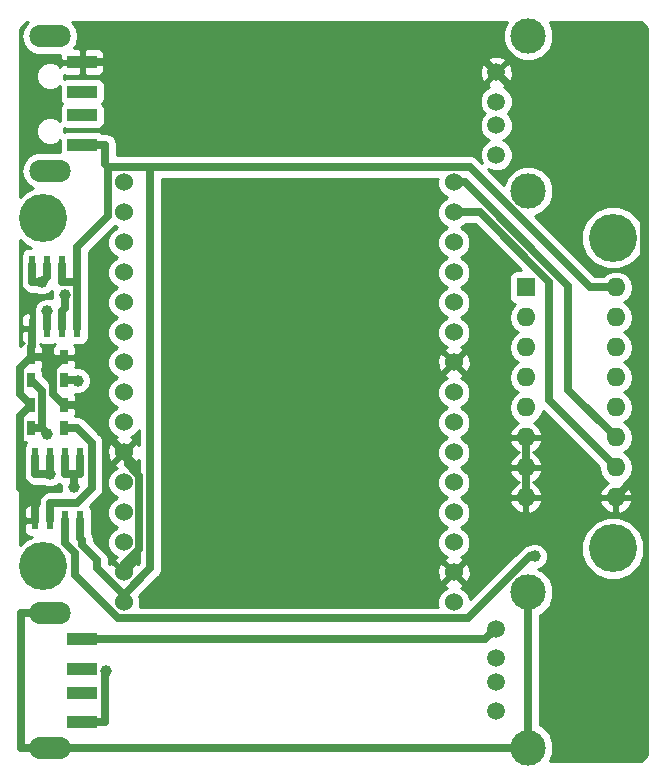
<source format=gbr>
G04 #@! TF.GenerationSoftware,KiCad,Pcbnew,(5.0.1)-4*
G04 #@! TF.CreationDate,2018-12-02T21:27:51-06:00*
G04 #@! TF.ProjectId,ExpansionUSB,457870616E73696F6E5553422E6B6963,rev?*
G04 #@! TF.SameCoordinates,Original*
G04 #@! TF.FileFunction,Copper,L1,Top,Signal*
G04 #@! TF.FilePolarity,Positive*
%FSLAX46Y46*%
G04 Gerber Fmt 4.6, Leading zero omitted, Abs format (unit mm)*
G04 Created by KiCad (PCBNEW (5.0.1)-4) date 02/12/2018 21:27:51*
%MOMM*%
%LPD*%
G01*
G04 APERTURE LIST*
G04 #@! TA.AperFunction,SMDPad,CuDef*
%ADD10R,0.750000X1.200000*%
G04 #@! TD*
G04 #@! TA.AperFunction,SMDPad,CuDef*
%ADD11R,0.600000X1.550000*%
G04 #@! TD*
G04 #@! TA.AperFunction,SMDPad,CuDef*
%ADD12R,2.500000X1.100000*%
G04 #@! TD*
G04 #@! TA.AperFunction,ComponentPad*
%ADD13O,3.500000X1.900000*%
G04 #@! TD*
G04 #@! TA.AperFunction,ComponentPad*
%ADD14C,1.501140*%
G04 #@! TD*
G04 #@! TA.AperFunction,ComponentPad*
%ADD15C,2.999740*%
G04 #@! TD*
G04 #@! TA.AperFunction,ComponentPad*
%ADD16C,1.524000*%
G04 #@! TD*
G04 #@! TA.AperFunction,ComponentPad*
%ADD17O,1.600000X1.600000*%
G04 #@! TD*
G04 #@! TA.AperFunction,ComponentPad*
%ADD18R,1.600000X1.600000*%
G04 #@! TD*
G04 #@! TA.AperFunction,ComponentPad*
%ADD19C,4.064000*%
G04 #@! TD*
G04 #@! TA.AperFunction,ViaPad*
%ADD20C,1.000000*%
G04 #@! TD*
G04 #@! TA.AperFunction,Conductor*
%ADD21C,0.700000*%
G04 #@! TD*
G04 #@! TA.AperFunction,Conductor*
%ADD22C,0.254000*%
G04 #@! TD*
G04 APERTURE END LIST*
D10*
G04 #@! TO.P,C3,1*
G04 #@! TO.N,GND*
X115418000Y-99482000D03*
G04 #@! TO.P,C3,2*
G04 #@! TO.N,+5V*
X115418000Y-101382000D03*
G04 #@! TD*
G04 #@! TO.P,C4,1*
G04 #@! TO.N,GND*
X118212000Y-99482000D03*
G04 #@! TO.P,C4,2*
G04 #@! TO.N,Net-(C4-Pad2)*
X118212000Y-101382000D03*
G04 #@! TD*
G04 #@! TO.P,C1,2*
G04 #@! TO.N,+5V*
X115418000Y-97317600D03*
G04 #@! TO.P,C1,1*
G04 #@! TO.N,GND*
X115418000Y-95417600D03*
G04 #@! TD*
G04 #@! TO.P,C2,2*
G04 #@! TO.N,Net-(C2-Pad2)*
X118212000Y-97317600D03*
G04 #@! TO.P,C2,1*
G04 #@! TO.N,GND*
X118212000Y-95417600D03*
G04 #@! TD*
D11*
G04 #@! TO.P,U1,1*
G04 #@! TO.N,+5V*
X119355000Y-87571600D03*
G04 #@! TO.P,U1,2*
X118085000Y-87571600D03*
G04 #@! TO.P,U1,3*
G04 #@! TO.N,Net-(J2-Pad1)*
X116815000Y-87571600D03*
G04 #@! TO.P,U1,4*
X115545000Y-87571600D03*
G04 #@! TO.P,U1,5*
G04 #@! TO.N,GND*
X115545000Y-92971600D03*
G04 #@! TO.P,U1,6*
G04 #@! TO.N,Net-(C2-Pad2)*
X116815000Y-92971600D03*
G04 #@! TO.P,U1,7*
G04 #@! TO.N,Net-(U1-Pad7)*
X118085000Y-92971600D03*
G04 #@! TO.P,U1,8*
G04 #@! TO.N,+5V*
X119355000Y-92971600D03*
G04 #@! TD*
D12*
G04 #@! TO.P,J1,2*
G04 #@! TO.N,N/C*
X119764000Y-74934300D03*
G04 #@! TO.P,J1,3*
X119764000Y-72934300D03*
G04 #@! TO.P,J1,1*
G04 #@! TO.N,+5V*
X119764000Y-77434300D03*
G04 #@! TO.P,J1,4*
G04 #@! TO.N,GND*
X119764000Y-70434300D03*
D13*
G04 #@! TO.P,J1,5*
G04 #@! TO.N,Net-(J1-Pad5)*
X117014000Y-79634300D03*
X117014000Y-68234300D03*
G04 #@! TD*
D14*
G04 #@! TO.P,J2,4*
G04 #@! TO.N,GND*
X154817680Y-71277480D03*
G04 #@! TO.P,J2,3*
G04 #@! TO.N,N/C*
X154817680Y-73776840D03*
G04 #@! TO.P,J2,2*
X154817680Y-75778360D03*
G04 #@! TO.P,J2,1*
G04 #@! TO.N,Net-(J2-Pad1)*
X154817680Y-78277720D03*
D15*
G04 #@! TO.P,J2,5*
G04 #@! TO.N,Net-(J1-Pad5)*
X157527860Y-68206620D03*
X157527860Y-81348580D03*
G04 #@! TD*
G04 #@! TO.P,J4,5*
G04 #@! TO.N,Net-(J3-Pad5)*
X157527860Y-128465980D03*
X157527860Y-115324020D03*
D14*
G04 #@! TO.P,J4,1*
G04 #@! TO.N,Net-(J4-Pad1)*
X154817680Y-125395120D03*
G04 #@! TO.P,J4,2*
G04 #@! TO.N,N/C*
X154817680Y-122895760D03*
G04 #@! TO.P,J4,3*
X154817680Y-120894240D03*
G04 #@! TO.P,J4,4*
G04 #@! TO.N,Net-(J3-Pad4)*
X154817680Y-118394880D03*
G04 #@! TD*
D16*
G04 #@! TO.P,U2,1*
G04 #@! TO.N,Net-(U2-Pad1)*
X123292000Y-80620000D03*
G04 #@! TO.P,U2,2*
G04 #@! TO.N,N/C*
X123292000Y-83160000D03*
G04 #@! TO.P,U2,3*
X123292000Y-85700000D03*
G04 #@! TO.P,U2,4*
X123292000Y-88240000D03*
G04 #@! TO.P,U2,5*
X123292000Y-90780000D03*
G04 #@! TO.P,U2,6*
X123292000Y-93320000D03*
G04 #@! TO.P,U2,7*
X123292000Y-95860000D03*
G04 #@! TO.P,U2,8*
X123292000Y-98400000D03*
G04 #@! TO.P,U2,9*
X123292000Y-100940000D03*
G04 #@! TO.P,U2,10*
G04 #@! TO.N,GND*
X123292000Y-103480000D03*
G04 #@! TO.P,U2,11*
G04 #@! TO.N,N/C*
X123292000Y-106020000D03*
G04 #@! TO.P,U2,12*
X123292000Y-108560000D03*
G04 #@! TO.P,U2,13*
X123292000Y-111100000D03*
G04 #@! TO.P,U2,14*
G04 #@! TO.N,GND*
X123292000Y-113640000D03*
G04 #@! TO.P,U2,15*
G04 #@! TO.N,+5V*
X123292000Y-116180000D03*
G04 #@! TO.P,U2,16*
G04 #@! TO.N,N/C*
X151232000Y-116180000D03*
G04 #@! TO.P,U2,17*
G04 #@! TO.N,GND*
X151232000Y-113640000D03*
G04 #@! TO.P,U2,18*
G04 #@! TO.N,N/C*
X151232000Y-111100000D03*
G04 #@! TO.P,U2,19*
X151232000Y-108560000D03*
G04 #@! TO.P,U2,20*
X151232000Y-106020000D03*
G04 #@! TO.P,U2,21*
X151232000Y-103480000D03*
G04 #@! TO.P,U2,22*
X151232000Y-100940000D03*
G04 #@! TO.P,U2,23*
X151232000Y-98400000D03*
G04 #@! TO.P,U2,24*
G04 #@! TO.N,GND*
X151232000Y-95860000D03*
G04 #@! TO.P,U2,25*
G04 #@! TO.N,N/C*
X151232000Y-93320000D03*
G04 #@! TO.P,U2,26*
X151232000Y-90780000D03*
G04 #@! TO.P,U2,27*
X151232000Y-88240000D03*
G04 #@! TO.P,U2,28*
X151232000Y-85700000D03*
G04 #@! TO.P,U2,29*
G04 #@! TO.N,Net-(U2-Pad29)*
X151232000Y-83160000D03*
G04 #@! TO.P,U2,30*
G04 #@! TO.N,Net-(U2-Pad30)*
X151232000Y-80620000D03*
G04 #@! TD*
D17*
G04 #@! TO.P,U3,16*
G04 #@! TO.N,+5V*
X164948000Y-89509600D03*
G04 #@! TO.P,U3,8*
G04 #@! TO.N,GND*
X157328000Y-107289600D03*
G04 #@! TO.P,U3,15*
G04 #@! TO.N,N/C*
X164948000Y-92049600D03*
G04 #@! TO.P,U3,7*
G04 #@! TO.N,GND*
X157328000Y-104749600D03*
G04 #@! TO.P,U3,14*
G04 #@! TO.N,Net-(U3-Pad14)*
X164948000Y-94589600D03*
G04 #@! TO.P,U3,6*
G04 #@! TO.N,GND*
X157328000Y-102209600D03*
G04 #@! TO.P,U3,13*
G04 #@! TO.N,Net-(U1-Pad7)*
X164948000Y-97129600D03*
G04 #@! TO.P,U3,5*
G04 #@! TO.N,N/C*
X157328000Y-99669600D03*
G04 #@! TO.P,U3,12*
X164948000Y-99669600D03*
G04 #@! TO.P,U3,4*
X157328000Y-97129600D03*
G04 #@! TO.P,U3,11*
G04 #@! TO.N,Net-(U2-Pad30)*
X164948000Y-102209600D03*
G04 #@! TO.P,U3,3*
G04 #@! TO.N,Net-(U2-Pad1)*
X157328000Y-94589600D03*
G04 #@! TO.P,U3,10*
G04 #@! TO.N,Net-(U2-Pad29)*
X164948000Y-104749600D03*
G04 #@! TO.P,U3,2*
G04 #@! TO.N,N/C*
X157328000Y-92049600D03*
G04 #@! TO.P,U3,9*
G04 #@! TO.N,GND*
X164948000Y-107289600D03*
D18*
G04 #@! TO.P,U3,1*
G04 #@! TO.N,N/C*
X157328000Y-89509600D03*
G04 #@! TD*
D11*
G04 #@! TO.P,U4,1*
G04 #@! TO.N,Net-(J3-Pad1)*
X119609000Y-103828000D03*
G04 #@! TO.P,U4,2*
X118339000Y-103828000D03*
G04 #@! TO.P,U4,3*
G04 #@! TO.N,Net-(J4-Pad1)*
X117069000Y-103828000D03*
G04 #@! TO.P,U4,4*
X115799000Y-103828000D03*
G04 #@! TO.P,U4,5*
G04 #@! TO.N,GND*
X115799000Y-109228000D03*
G04 #@! TO.P,U4,6*
G04 #@! TO.N,Net-(C4-Pad2)*
X117069000Y-109228000D03*
G04 #@! TO.P,U4,7*
G04 #@! TO.N,Net-(U3-Pad14)*
X118339000Y-109228000D03*
G04 #@! TO.P,U4,8*
G04 #@! TO.N,+5V*
X119609000Y-109228000D03*
G04 #@! TD*
D12*
G04 #@! TO.P,J3,2*
G04 #@! TO.N,N/C*
X119744000Y-123809000D03*
G04 #@! TO.P,J3,3*
X119744000Y-121809000D03*
G04 #@! TO.P,J3,1*
G04 #@! TO.N,Net-(J3-Pad1)*
X119744000Y-126309000D03*
G04 #@! TO.P,J3,4*
G04 #@! TO.N,Net-(J3-Pad4)*
X119744000Y-119309000D03*
D13*
G04 #@! TO.P,J3,5*
G04 #@! TO.N,Net-(J3-Pad5)*
X116994000Y-128509000D03*
X116994000Y-117109000D03*
G04 #@! TD*
D19*
G04 #@! TO.P,J5,1*
G04 #@! TO.N,N/C*
X116434000Y-83667600D03*
G04 #@! TD*
G04 #@! TO.P,J6,1*
G04 #@! TO.N,N/C*
X116434000Y-113132000D03*
G04 #@! TD*
G04 #@! TO.P,J7,1*
G04 #@! TO.N,N/C*
X164694000Y-85293200D03*
G04 #@! TD*
G04 #@! TO.P,J8,1*
G04 #@! TO.N,N/C*
X164694000Y-111608000D03*
G04 #@! TD*
D20*
G04 #@! TO.N,+5V*
X116815000Y-101929700D03*
G04 #@! TO.N,Net-(C2-Pad2)*
X119377500Y-97408100D03*
X116815000Y-91495900D03*
G04 #@! TO.N,Net-(U1-Pad7)*
X118303400Y-90160400D03*
G04 #@! TO.N,Net-(J2-Pad1)*
X116356900Y-89047000D03*
G04 #@! TO.N,Net-(J4-Pad1)*
X117069000Y-105303400D03*
G04 #@! TO.N,Net-(U3-Pad14)*
X158068600Y-112256300D03*
G04 #@! TO.N,Net-(J3-Pad1)*
X119067500Y-106402200D03*
X121772000Y-122010600D03*
G04 #@! TD*
D21*
G04 #@! TO.N,+5V*
X119355000Y-89046600D02*
X119355000Y-88309100D01*
X118085000Y-89046600D02*
X119355000Y-89046600D01*
X119355000Y-89046600D02*
X119355000Y-92971600D01*
X116343400Y-101382000D02*
X116815000Y-101853600D01*
X116815000Y-101853600D02*
X116815000Y-101929700D01*
X115418000Y-101382000D02*
X116343400Y-101382000D01*
X115418000Y-97317600D02*
X116343400Y-98243000D01*
X116343400Y-98243000D02*
X116343400Y-101382000D01*
X119609000Y-110703000D02*
X119783300Y-110877300D01*
X119783300Y-110877300D02*
X119783300Y-111352900D01*
X119783300Y-111352900D02*
X121019400Y-112589000D01*
X121019400Y-112589000D02*
X121019400Y-113247000D01*
X121019400Y-113247000D02*
X123296900Y-115524400D01*
X119609000Y-109228000D02*
X119609000Y-110703000D01*
X123292000Y-116180000D02*
X123296900Y-116175100D01*
X123296900Y-116175100D02*
X123296900Y-115524500D01*
X123296900Y-115524500D02*
X123296900Y-115524400D01*
X125535500Y-79307000D02*
X125535500Y-113285800D01*
X125535500Y-113285800D02*
X123296900Y-115524400D01*
X125535500Y-79307000D02*
X121964500Y-79307000D01*
X164948000Y-89509600D02*
X162763600Y-89509600D01*
X162763600Y-89509600D02*
X152561000Y-79307000D01*
X152561000Y-79307000D02*
X125535500Y-79307000D01*
X119764000Y-77434300D02*
X121714000Y-77434300D01*
X121964500Y-79307000D02*
X121964500Y-83487100D01*
X121964500Y-83487100D02*
X119355000Y-86096600D01*
X121714000Y-77434300D02*
X121714000Y-79056500D01*
X121714000Y-79056500D02*
X121964500Y-79307000D01*
X119355000Y-87571600D02*
X119355000Y-86096600D01*
X119355000Y-87571600D02*
X119355000Y-88309100D01*
X118085000Y-87571600D02*
X118085000Y-89046600D01*
G04 #@! TO.N,GND*
X115418000Y-95417600D02*
X114492600Y-96343000D01*
X114492600Y-96343000D02*
X114492600Y-98556600D01*
X114492600Y-98556600D02*
X115418000Y-99482000D01*
X115545000Y-94446600D02*
X115418000Y-94573600D01*
X115418000Y-94573600D02*
X115418000Y-95417600D01*
X115799000Y-107753000D02*
X114492600Y-106446600D01*
X114492600Y-106446600D02*
X114492600Y-100407400D01*
X114492600Y-100407400D02*
X115418000Y-99482000D01*
X115799000Y-109228000D02*
X115799000Y-107753000D01*
X154817700Y-71277500D02*
X167337400Y-83797200D01*
X167337400Y-83797200D02*
X167337400Y-104900200D01*
X167337400Y-104900200D02*
X164948000Y-107289600D01*
X119764000Y-70434300D02*
X153974500Y-70434300D01*
X153974500Y-70434300D02*
X154817700Y-71277500D01*
X115418000Y-95417600D02*
X116493000Y-95417600D01*
X116493000Y-95417600D02*
X116493000Y-95432900D01*
X116493000Y-95432900D02*
X117286600Y-96226500D01*
X117286600Y-96226500D02*
X117403100Y-96226500D01*
X117403100Y-96226500D02*
X118212000Y-95417600D01*
X118212000Y-99482000D02*
X117286600Y-98556600D01*
X117286600Y-98556600D02*
X117286600Y-96226500D01*
X118749500Y-99482000D02*
X118212000Y-99482000D01*
X118749500Y-99482000D02*
X119287000Y-99482000D01*
X123292000Y-103480000D02*
X123285000Y-103480000D01*
X123285000Y-103480000D02*
X119287000Y-99482000D01*
X123292000Y-113640000D02*
X123292000Y-112955900D01*
X123292000Y-112955900D02*
X123292100Y-112955900D01*
X123292100Y-112955900D02*
X124604300Y-111643700D01*
X124604300Y-111643700D02*
X124604300Y-105476300D01*
X124604300Y-105476300D02*
X123606500Y-104478500D01*
X123606500Y-104478500D02*
X123606400Y-104478500D01*
X123606400Y-104478500D02*
X123606400Y-103794400D01*
X123606400Y-103794400D02*
X123292000Y-103480000D01*
X115545000Y-92971600D02*
X115545000Y-94446600D01*
X157328000Y-104749600D02*
X157328000Y-107289600D01*
X157328000Y-102209600D02*
X157328000Y-104749600D01*
G04 #@! TO.N,Net-(C2-Pad2)*
X116815000Y-91496600D02*
X116815000Y-91495900D01*
X116815000Y-92971600D02*
X116815000Y-91496600D01*
X119377500Y-97408100D02*
X119287000Y-97317600D01*
X118212000Y-97317600D02*
X119287000Y-97317600D01*
G04 #@! TO.N,Net-(C4-Pad2)*
X118212000Y-101382000D02*
X119287000Y-101382000D01*
X117069000Y-109228000D02*
X117069000Y-107753000D01*
X117069000Y-107753000D02*
X119289500Y-107753000D01*
X119289500Y-107753000D02*
X120555700Y-106486800D01*
X120555700Y-106486800D02*
X120555700Y-102650700D01*
X120555700Y-102650700D02*
X119287000Y-101382000D01*
G04 #@! TO.N,Net-(U1-Pad7)*
X118085000Y-92971600D02*
X118085000Y-91496600D01*
X118303400Y-90160400D02*
X118303400Y-91278200D01*
X118303400Y-91278200D02*
X118085000Y-91496600D01*
G04 #@! TO.N,Net-(J2-Pad1)*
X116356900Y-89046600D02*
X116357300Y-89046600D01*
X116357300Y-89046600D02*
X116815000Y-88588900D01*
X115545000Y-89046600D02*
X116356900Y-89046600D01*
X116356900Y-89046600D02*
X116356900Y-89047000D01*
X116815000Y-87571600D02*
X116815000Y-88588900D01*
X115545000Y-87571600D02*
X115545000Y-89046600D01*
G04 #@! TO.N,Net-(J4-Pad1)*
X117069000Y-105303000D02*
X117069000Y-105303400D01*
X115799000Y-103828000D02*
X115799000Y-105303000D01*
X115799000Y-105303000D02*
X117069000Y-105303000D01*
X117069000Y-103828000D02*
X117069000Y-105303000D01*
G04 #@! TO.N,Net-(U2-Pad29)*
X164948000Y-104749600D02*
X159249200Y-99050800D01*
X159249200Y-99050800D02*
X159249200Y-89008000D01*
X159249200Y-89008000D02*
X153401200Y-83160000D01*
X153401200Y-83160000D02*
X151232000Y-83160000D01*
G04 #@! TO.N,Net-(U2-Pad30)*
X151232000Y-80620000D02*
X152157000Y-80620000D01*
X152157000Y-80620000D02*
X160918400Y-89381400D01*
X160918400Y-89381400D02*
X160918400Y-98180000D01*
X160918400Y-98180000D02*
X164948000Y-102209600D01*
G04 #@! TO.N,Net-(U3-Pad14)*
X118339000Y-109228000D02*
X118339000Y-111181900D01*
X118339000Y-111181900D02*
X119117700Y-111960600D01*
X119117700Y-111960600D02*
X119117700Y-113864400D01*
X119117700Y-113864400D02*
X122761300Y-117508000D01*
X122761300Y-117508000D02*
X152420700Y-117508000D01*
X152420700Y-117508000D02*
X157672400Y-112256300D01*
X157672400Y-112256300D02*
X158068600Y-112256300D01*
G04 #@! TO.N,Net-(J3-Pad1)*
X119067500Y-105303000D02*
X119609000Y-105303000D01*
X118339000Y-105303000D02*
X119067500Y-105303000D01*
X119067500Y-105303000D02*
X119067500Y-106402200D01*
X121694000Y-126309000D02*
X121694000Y-122088600D01*
X121694000Y-122088600D02*
X121772000Y-122010600D01*
X119744000Y-126309000D02*
X121694000Y-126309000D01*
X118339000Y-103828000D02*
X118339000Y-105303000D01*
X119609000Y-103828000D02*
X119609000Y-105303000D01*
G04 #@! TO.N,Net-(J3-Pad4)*
X154817700Y-118394900D02*
X153903600Y-119309000D01*
X153903600Y-119309000D02*
X121694000Y-119309000D01*
X119744000Y-119309000D02*
X121694000Y-119309000D01*
G04 #@! TO.N,Net-(J3-Pad5)*
X157527900Y-128466000D02*
X119487000Y-128466000D01*
X119487000Y-128466000D02*
X119444000Y-128509000D01*
X116994000Y-128509000D02*
X119444000Y-128509000D01*
X157527900Y-115324000D02*
X157527900Y-128466000D01*
X116994000Y-128509000D02*
X114544000Y-128509000D01*
X116994000Y-117109000D02*
X114544000Y-117109000D01*
X114544000Y-117109000D02*
X114544000Y-128509000D01*
G04 #@! TD*
D22*
G04 #@! TO.N,GND*
G36*
X115071279Y-67091579D02*
X114720964Y-67615864D01*
X114597949Y-68234300D01*
X114720964Y-68852736D01*
X115071279Y-69377021D01*
X115595564Y-69727336D01*
X116057897Y-69819300D01*
X117879000Y-69819300D01*
X117879000Y-70148550D01*
X118037750Y-70307300D01*
X119637000Y-70307300D01*
X119637000Y-69408050D01*
X119891000Y-69408050D01*
X119891000Y-70307300D01*
X121490250Y-70307300D01*
X121492000Y-70305550D01*
X154025355Y-70305550D01*
X154817680Y-71097875D01*
X155610005Y-70305550D01*
X155541945Y-70064549D01*
X155022646Y-69879713D01*
X154472142Y-69907675D01*
X154093415Y-70064549D01*
X154025355Y-70305550D01*
X121492000Y-70305550D01*
X121649000Y-70148550D01*
X121649000Y-69757990D01*
X121552327Y-69524601D01*
X121373698Y-69345973D01*
X121140309Y-69249300D01*
X120049750Y-69249300D01*
X119891000Y-69408050D01*
X119637000Y-69408050D01*
X119478250Y-69249300D01*
X119042061Y-69249300D01*
X119307036Y-68852736D01*
X119430051Y-68234300D01*
X119307036Y-67615864D01*
X118956721Y-67091579D01*
X118863663Y-67029400D01*
X155704713Y-67029400D01*
X155392990Y-67781968D01*
X155392990Y-68631272D01*
X155718004Y-69415927D01*
X156318553Y-70016476D01*
X157103208Y-70341490D01*
X157952512Y-70341490D01*
X158737167Y-70016476D01*
X159337716Y-69415927D01*
X159662730Y-68631272D01*
X159662730Y-67781968D01*
X159351007Y-67029400D01*
X167054965Y-67029400D01*
X167603043Y-67541888D01*
X167590457Y-129059140D01*
X167075007Y-129617545D01*
X159360090Y-129621272D01*
X159662730Y-128890632D01*
X159662730Y-128041328D01*
X159337716Y-127256673D01*
X158737167Y-126656124D01*
X158512900Y-126563230D01*
X158512900Y-117226770D01*
X158737167Y-117133876D01*
X159337716Y-116533327D01*
X159662730Y-115748672D01*
X159662730Y-114899368D01*
X159337716Y-114114713D01*
X158737167Y-113514164D01*
X158367456Y-113361025D01*
X158711526Y-113218507D01*
X159030807Y-112899226D01*
X159203600Y-112482066D01*
X159203600Y-112030534D01*
X159030807Y-111613374D01*
X158711526Y-111294093D01*
X158294366Y-111121300D01*
X157842834Y-111121300D01*
X157425674Y-111294093D01*
X157416952Y-111302815D01*
X157288072Y-111328451D01*
X156962255Y-111546155D01*
X156907302Y-111628398D01*
X152629000Y-115906700D01*
X152629000Y-115902119D01*
X152416320Y-115388663D01*
X152023337Y-114995680D01*
X151832353Y-114916572D01*
X151963143Y-114862397D01*
X152032608Y-114620213D01*
X151232000Y-113819605D01*
X150431392Y-114620213D01*
X150500857Y-114862397D01*
X150641393Y-114912535D01*
X150440663Y-114995680D01*
X150047680Y-115388663D01*
X149835000Y-115902119D01*
X149835000Y-116457881D01*
X149861973Y-116523000D01*
X124662027Y-116523000D01*
X124689000Y-116457881D01*
X124689000Y-115902119D01*
X124578632Y-115635668D01*
X126163402Y-114050898D01*
X126245645Y-113995945D01*
X126463349Y-113670128D01*
X126510655Y-113432302D01*
X149822856Y-113432302D01*
X149850638Y-113987368D01*
X150009603Y-114371143D01*
X150251787Y-114440608D01*
X151052395Y-113640000D01*
X151411605Y-113640000D01*
X152212213Y-114440608D01*
X152454397Y-114371143D01*
X152641144Y-113847698D01*
X152613362Y-113292632D01*
X152454397Y-112908857D01*
X152212213Y-112839392D01*
X151411605Y-113640000D01*
X151052395Y-113640000D01*
X150251787Y-112839392D01*
X150009603Y-112908857D01*
X149822856Y-113432302D01*
X126510655Y-113432302D01*
X126520500Y-113382812D01*
X126520500Y-113382808D01*
X126539796Y-113285801D01*
X126520500Y-113188794D01*
X126520500Y-98122119D01*
X149835000Y-98122119D01*
X149835000Y-98677881D01*
X150047680Y-99191337D01*
X150440663Y-99584320D01*
X150647513Y-99670000D01*
X150440663Y-99755680D01*
X150047680Y-100148663D01*
X149835000Y-100662119D01*
X149835000Y-101217881D01*
X150047680Y-101731337D01*
X150440663Y-102124320D01*
X150647513Y-102210000D01*
X150440663Y-102295680D01*
X150047680Y-102688663D01*
X149835000Y-103202119D01*
X149835000Y-103757881D01*
X150047680Y-104271337D01*
X150440663Y-104664320D01*
X150647513Y-104750000D01*
X150440663Y-104835680D01*
X150047680Y-105228663D01*
X149835000Y-105742119D01*
X149835000Y-106297881D01*
X150047680Y-106811337D01*
X150440663Y-107204320D01*
X150647513Y-107290000D01*
X150440663Y-107375680D01*
X150047680Y-107768663D01*
X149835000Y-108282119D01*
X149835000Y-108837881D01*
X150047680Y-109351337D01*
X150440663Y-109744320D01*
X150647513Y-109830000D01*
X150440663Y-109915680D01*
X150047680Y-110308663D01*
X149835000Y-110822119D01*
X149835000Y-111377881D01*
X150047680Y-111891337D01*
X150440663Y-112284320D01*
X150631647Y-112363428D01*
X150500857Y-112417603D01*
X150431392Y-112659787D01*
X151232000Y-113460395D01*
X152032608Y-112659787D01*
X151963143Y-112417603D01*
X151822607Y-112367465D01*
X152023337Y-112284320D01*
X152416320Y-111891337D01*
X152629000Y-111377881D01*
X152629000Y-111077501D01*
X162027000Y-111077501D01*
X162027000Y-112138499D01*
X162433026Y-113118734D01*
X163183266Y-113868974D01*
X164163501Y-114275000D01*
X165224499Y-114275000D01*
X166204734Y-113868974D01*
X166954974Y-113118734D01*
X167361000Y-112138499D01*
X167361000Y-111077501D01*
X166954974Y-110097266D01*
X166204734Y-109347026D01*
X165224499Y-108941000D01*
X164163501Y-108941000D01*
X163183266Y-109347026D01*
X162433026Y-110097266D01*
X162027000Y-111077501D01*
X152629000Y-111077501D01*
X152629000Y-110822119D01*
X152416320Y-110308663D01*
X152023337Y-109915680D01*
X151816487Y-109830000D01*
X152023337Y-109744320D01*
X152416320Y-109351337D01*
X152629000Y-108837881D01*
X152629000Y-108282119D01*
X152416320Y-107768663D01*
X152286296Y-107638639D01*
X155936096Y-107638639D01*
X156096959Y-108027023D01*
X156472866Y-108441989D01*
X156978959Y-108681514D01*
X157201000Y-108560229D01*
X157201000Y-107416600D01*
X157455000Y-107416600D01*
X157455000Y-108560229D01*
X157677041Y-108681514D01*
X158183134Y-108441989D01*
X158559041Y-108027023D01*
X158719904Y-107638639D01*
X163556096Y-107638639D01*
X163716959Y-108027023D01*
X164092866Y-108441989D01*
X164598959Y-108681514D01*
X164821000Y-108560229D01*
X164821000Y-107416600D01*
X165075000Y-107416600D01*
X165075000Y-108560229D01*
X165297041Y-108681514D01*
X165803134Y-108441989D01*
X166179041Y-108027023D01*
X166339904Y-107638639D01*
X166217915Y-107416600D01*
X165075000Y-107416600D01*
X164821000Y-107416600D01*
X163678085Y-107416600D01*
X163556096Y-107638639D01*
X158719904Y-107638639D01*
X158597915Y-107416600D01*
X157455000Y-107416600D01*
X157201000Y-107416600D01*
X156058085Y-107416600D01*
X155936096Y-107638639D01*
X152286296Y-107638639D01*
X152023337Y-107375680D01*
X151816487Y-107290000D01*
X152023337Y-107204320D01*
X152416320Y-106811337D01*
X152629000Y-106297881D01*
X152629000Y-105742119D01*
X152416320Y-105228663D01*
X152286296Y-105098639D01*
X155936096Y-105098639D01*
X156096959Y-105487023D01*
X156472866Y-105901989D01*
X156721367Y-106019600D01*
X156472866Y-106137211D01*
X156096959Y-106552177D01*
X155936096Y-106940561D01*
X156058085Y-107162600D01*
X157201000Y-107162600D01*
X157201000Y-104876600D01*
X157455000Y-104876600D01*
X157455000Y-107162600D01*
X158597915Y-107162600D01*
X158719904Y-106940561D01*
X158559041Y-106552177D01*
X158183134Y-106137211D01*
X157934633Y-106019600D01*
X158183134Y-105901989D01*
X158559041Y-105487023D01*
X158719904Y-105098639D01*
X158597915Y-104876600D01*
X157455000Y-104876600D01*
X157201000Y-104876600D01*
X156058085Y-104876600D01*
X155936096Y-105098639D01*
X152286296Y-105098639D01*
X152023337Y-104835680D01*
X151816487Y-104750000D01*
X152023337Y-104664320D01*
X152416320Y-104271337D01*
X152629000Y-103757881D01*
X152629000Y-103202119D01*
X152416320Y-102688663D01*
X152286296Y-102558639D01*
X155936096Y-102558639D01*
X156096959Y-102947023D01*
X156472866Y-103361989D01*
X156721367Y-103479600D01*
X156472866Y-103597211D01*
X156096959Y-104012177D01*
X155936096Y-104400561D01*
X156058085Y-104622600D01*
X157201000Y-104622600D01*
X157201000Y-102336600D01*
X157455000Y-102336600D01*
X157455000Y-104622600D01*
X158597915Y-104622600D01*
X158719904Y-104400561D01*
X158559041Y-104012177D01*
X158183134Y-103597211D01*
X157934633Y-103479600D01*
X158183134Y-103361989D01*
X158559041Y-102947023D01*
X158719904Y-102558639D01*
X158597915Y-102336600D01*
X157455000Y-102336600D01*
X157201000Y-102336600D01*
X156058085Y-102336600D01*
X155936096Y-102558639D01*
X152286296Y-102558639D01*
X152023337Y-102295680D01*
X151816487Y-102210000D01*
X152023337Y-102124320D01*
X152416320Y-101731337D01*
X152629000Y-101217881D01*
X152629000Y-100662119D01*
X152416320Y-100148663D01*
X152023337Y-99755680D01*
X151816487Y-99670000D01*
X152023337Y-99584320D01*
X152416320Y-99191337D01*
X152629000Y-98677881D01*
X152629000Y-98122119D01*
X152416320Y-97608663D01*
X152023337Y-97215680D01*
X151832353Y-97136572D01*
X151963143Y-97082397D01*
X152032608Y-96840213D01*
X151232000Y-96039605D01*
X150431392Y-96840213D01*
X150500857Y-97082397D01*
X150641393Y-97132535D01*
X150440663Y-97215680D01*
X150047680Y-97608663D01*
X149835000Y-98122119D01*
X126520500Y-98122119D01*
X126520500Y-95652302D01*
X149822856Y-95652302D01*
X149850638Y-96207368D01*
X150009603Y-96591143D01*
X150251787Y-96660608D01*
X151052395Y-95860000D01*
X151411605Y-95860000D01*
X152212213Y-96660608D01*
X152454397Y-96591143D01*
X152641144Y-96067698D01*
X152613362Y-95512632D01*
X152454397Y-95128857D01*
X152212213Y-95059392D01*
X151411605Y-95860000D01*
X151052395Y-95860000D01*
X150251787Y-95059392D01*
X150009603Y-95128857D01*
X149822856Y-95652302D01*
X126520500Y-95652302D01*
X126520500Y-80292000D01*
X149855760Y-80292000D01*
X149835000Y-80342119D01*
X149835000Y-80897881D01*
X150047680Y-81411337D01*
X150440663Y-81804320D01*
X150647513Y-81890000D01*
X150440663Y-81975680D01*
X150047680Y-82368663D01*
X149835000Y-82882119D01*
X149835000Y-83437881D01*
X150047680Y-83951337D01*
X150440663Y-84344320D01*
X150647513Y-84430000D01*
X150440663Y-84515680D01*
X150047680Y-84908663D01*
X149835000Y-85422119D01*
X149835000Y-85977881D01*
X150047680Y-86491337D01*
X150440663Y-86884320D01*
X150647513Y-86970000D01*
X150440663Y-87055680D01*
X150047680Y-87448663D01*
X149835000Y-87962119D01*
X149835000Y-88517881D01*
X150047680Y-89031337D01*
X150440663Y-89424320D01*
X150647513Y-89510000D01*
X150440663Y-89595680D01*
X150047680Y-89988663D01*
X149835000Y-90502119D01*
X149835000Y-91057881D01*
X150047680Y-91571337D01*
X150440663Y-91964320D01*
X150647513Y-92050000D01*
X150440663Y-92135680D01*
X150047680Y-92528663D01*
X149835000Y-93042119D01*
X149835000Y-93597881D01*
X150047680Y-94111337D01*
X150440663Y-94504320D01*
X150631647Y-94583428D01*
X150500857Y-94637603D01*
X150431392Y-94879787D01*
X151232000Y-95680395D01*
X152032608Y-94879787D01*
X151963143Y-94637603D01*
X151822607Y-94587465D01*
X152023337Y-94504320D01*
X152416320Y-94111337D01*
X152629000Y-93597881D01*
X152629000Y-93042119D01*
X152416320Y-92528663D01*
X152023337Y-92135680D01*
X151816487Y-92050000D01*
X152023337Y-91964320D01*
X152416320Y-91571337D01*
X152629000Y-91057881D01*
X152629000Y-90502119D01*
X152416320Y-89988663D01*
X152023337Y-89595680D01*
X151816487Y-89510000D01*
X152023337Y-89424320D01*
X152416320Y-89031337D01*
X152629000Y-88517881D01*
X152629000Y-87962119D01*
X152416320Y-87448663D01*
X152023337Y-87055680D01*
X151816487Y-86970000D01*
X152023337Y-86884320D01*
X152416320Y-86491337D01*
X152629000Y-85977881D01*
X152629000Y-85422119D01*
X152416320Y-84908663D01*
X152023337Y-84515680D01*
X151816487Y-84430000D01*
X152023337Y-84344320D01*
X152222657Y-84145000D01*
X152993200Y-84145000D01*
X156910359Y-88062160D01*
X156528000Y-88062160D01*
X156280235Y-88111443D01*
X156070191Y-88251791D01*
X155929843Y-88461835D01*
X155880560Y-88709600D01*
X155880560Y-90309600D01*
X155929843Y-90557365D01*
X156070191Y-90767409D01*
X156280235Y-90907757D01*
X156414106Y-90934385D01*
X156293423Y-91015023D01*
X155976260Y-91489691D01*
X155864887Y-92049600D01*
X155976260Y-92609509D01*
X156293423Y-93084177D01*
X156645758Y-93319600D01*
X156293423Y-93555023D01*
X155976260Y-94029691D01*
X155864887Y-94589600D01*
X155976260Y-95149509D01*
X156293423Y-95624177D01*
X156645758Y-95859600D01*
X156293423Y-96095023D01*
X155976260Y-96569691D01*
X155864887Y-97129600D01*
X155976260Y-97689509D01*
X156293423Y-98164177D01*
X156645758Y-98399600D01*
X156293423Y-98635023D01*
X155976260Y-99109691D01*
X155864887Y-99669600D01*
X155976260Y-100229509D01*
X156293423Y-100704177D01*
X156677108Y-100960547D01*
X156472866Y-101057211D01*
X156096959Y-101472177D01*
X155936096Y-101860561D01*
X156058085Y-102082600D01*
X157201000Y-102082600D01*
X157201000Y-102062600D01*
X157455000Y-102062600D01*
X157455000Y-102082600D01*
X158597915Y-102082600D01*
X158719904Y-101860561D01*
X158559041Y-101472177D01*
X158183134Y-101057211D01*
X157978892Y-100960547D01*
X158362577Y-100704177D01*
X158679740Y-100229509D01*
X158738666Y-99933266D01*
X163496520Y-104691120D01*
X163484887Y-104749600D01*
X163596260Y-105309509D01*
X163913423Y-105784177D01*
X164297108Y-106040547D01*
X164092866Y-106137211D01*
X163716959Y-106552177D01*
X163556096Y-106940561D01*
X163678085Y-107162600D01*
X164821000Y-107162600D01*
X164821000Y-107142600D01*
X165075000Y-107142600D01*
X165075000Y-107162600D01*
X166217915Y-107162600D01*
X166339904Y-106940561D01*
X166179041Y-106552177D01*
X165803134Y-106137211D01*
X165598892Y-106040547D01*
X165982577Y-105784177D01*
X166299740Y-105309509D01*
X166411113Y-104749600D01*
X166299740Y-104189691D01*
X165982577Y-103715023D01*
X165630242Y-103479600D01*
X165982577Y-103244177D01*
X166299740Y-102769509D01*
X166411113Y-102209600D01*
X166299740Y-101649691D01*
X165982577Y-101175023D01*
X165630242Y-100939600D01*
X165982577Y-100704177D01*
X166299740Y-100229509D01*
X166411113Y-99669600D01*
X166299740Y-99109691D01*
X165982577Y-98635023D01*
X165630242Y-98399600D01*
X165982577Y-98164177D01*
X166299740Y-97689509D01*
X166411113Y-97129600D01*
X166299740Y-96569691D01*
X165982577Y-96095023D01*
X165630242Y-95859600D01*
X165982577Y-95624177D01*
X166299740Y-95149509D01*
X166411113Y-94589600D01*
X166299740Y-94029691D01*
X165982577Y-93555023D01*
X165630242Y-93319600D01*
X165982577Y-93084177D01*
X166299740Y-92609509D01*
X166411113Y-92049600D01*
X166299740Y-91489691D01*
X165982577Y-91015023D01*
X165630242Y-90779600D01*
X165982577Y-90544177D01*
X166299740Y-90069509D01*
X166411113Y-89509600D01*
X166299740Y-88949691D01*
X165982577Y-88475023D01*
X165507909Y-88157860D01*
X165089333Y-88074600D01*
X164806667Y-88074600D01*
X164388091Y-88157860D01*
X163913423Y-88475023D01*
X163880297Y-88524600D01*
X163171600Y-88524600D01*
X159409701Y-84762701D01*
X162027000Y-84762701D01*
X162027000Y-85823699D01*
X162433026Y-86803934D01*
X163183266Y-87554174D01*
X164163501Y-87960200D01*
X165224499Y-87960200D01*
X166204734Y-87554174D01*
X166954974Y-86803934D01*
X167361000Y-85823699D01*
X167361000Y-84762701D01*
X166954974Y-83782466D01*
X166204734Y-83032226D01*
X165224499Y-82626200D01*
X164163501Y-82626200D01*
X163183266Y-83032226D01*
X162433026Y-83782466D01*
X162027000Y-84762701D01*
X159409701Y-84762701D01*
X158078333Y-83431333D01*
X158737167Y-83158436D01*
X159337716Y-82557887D01*
X159662730Y-81773232D01*
X159662730Y-80923928D01*
X159337716Y-80139273D01*
X158737167Y-79538724D01*
X157952512Y-79213710D01*
X157103208Y-79213710D01*
X156318553Y-79538724D01*
X155718004Y-80139273D01*
X155445107Y-80798107D01*
X154146395Y-79499395D01*
X154542073Y-79663290D01*
X155093287Y-79663290D01*
X155602542Y-79452350D01*
X155992310Y-79062582D01*
X156203250Y-78553327D01*
X156203250Y-78002113D01*
X155992310Y-77492858D01*
X155602542Y-77103090D01*
X155421355Y-77028040D01*
X155602542Y-76952990D01*
X155992310Y-76563222D01*
X156203250Y-76053967D01*
X156203250Y-75502753D01*
X155992310Y-74993498D01*
X155776412Y-74777600D01*
X155992310Y-74561702D01*
X156203250Y-74052447D01*
X156203250Y-73501233D01*
X155992310Y-72991978D01*
X155602542Y-72602210D01*
X155437290Y-72533761D01*
X155541945Y-72490411D01*
X155610005Y-72249410D01*
X154817680Y-71457085D01*
X154025355Y-72249410D01*
X154093415Y-72490411D01*
X154205990Y-72530480D01*
X154032818Y-72602210D01*
X153643050Y-72991978D01*
X153432110Y-73501233D01*
X153432110Y-74052447D01*
X153643050Y-74561702D01*
X153858948Y-74777600D01*
X153643050Y-74993498D01*
X153432110Y-75502753D01*
X153432110Y-76053967D01*
X153643050Y-76563222D01*
X154032818Y-76952990D01*
X154214005Y-77028040D01*
X154032818Y-77103090D01*
X153643050Y-77492858D01*
X153432110Y-78002113D01*
X153432110Y-78553327D01*
X153596005Y-78949005D01*
X153326098Y-78679098D01*
X153271145Y-78596855D01*
X152945328Y-78379151D01*
X152658012Y-78322000D01*
X152658008Y-78322000D01*
X152561000Y-78302704D01*
X152463992Y-78322000D01*
X125632512Y-78322000D01*
X125535500Y-78302703D01*
X125438488Y-78322000D01*
X122699000Y-78322000D01*
X122699000Y-77531312D01*
X122718297Y-77434300D01*
X122641849Y-77049972D01*
X122424145Y-76724155D01*
X122098328Y-76506451D01*
X121811012Y-76449300D01*
X121714000Y-76430003D01*
X121616988Y-76449300D01*
X121487050Y-76449300D01*
X121471809Y-76426491D01*
X121261765Y-76286143D01*
X121014000Y-76236860D01*
X118514000Y-76236860D01*
X118266235Y-76286143D01*
X118199000Y-76331068D01*
X118199000Y-76037532D01*
X118266235Y-76082457D01*
X118514000Y-76131740D01*
X121014000Y-76131740D01*
X121261765Y-76082457D01*
X121471809Y-75942109D01*
X121612157Y-75732065D01*
X121661440Y-75484300D01*
X121661440Y-74384300D01*
X121612157Y-74136535D01*
X121477027Y-73934300D01*
X121612157Y-73732065D01*
X121661440Y-73484300D01*
X121661440Y-72384300D01*
X121612157Y-72136535D01*
X121471809Y-71926491D01*
X121261765Y-71786143D01*
X121014000Y-71736860D01*
X118514000Y-71736860D01*
X118266235Y-71786143D01*
X118199000Y-71831068D01*
X118199000Y-71541142D01*
X118387691Y-71619300D01*
X119478250Y-71619300D01*
X119637000Y-71460550D01*
X119637000Y-70561300D01*
X119891000Y-70561300D01*
X119891000Y-71460550D01*
X120049750Y-71619300D01*
X121140309Y-71619300D01*
X121373698Y-71522627D01*
X121552327Y-71343999D01*
X121649000Y-71110610D01*
X121649000Y-71072514D01*
X153419913Y-71072514D01*
X153447875Y-71623018D01*
X153604749Y-72001745D01*
X153845750Y-72069805D01*
X154638075Y-71277480D01*
X154997285Y-71277480D01*
X155789610Y-72069805D01*
X156030611Y-72001745D01*
X156215447Y-71482446D01*
X156187485Y-70931942D01*
X156030611Y-70553215D01*
X155789610Y-70485155D01*
X154997285Y-71277480D01*
X154638075Y-71277480D01*
X153845750Y-70485155D01*
X153604749Y-70553215D01*
X153419913Y-71072514D01*
X121649000Y-71072514D01*
X121649000Y-70720050D01*
X121490250Y-70561300D01*
X119891000Y-70561300D01*
X119637000Y-70561300D01*
X118037750Y-70561300D01*
X117879000Y-70720050D01*
X117879000Y-70823456D01*
X117685249Y-70629705D01*
X117249711Y-70449300D01*
X116778289Y-70449300D01*
X116342751Y-70629705D01*
X116009405Y-70963051D01*
X115829000Y-71398589D01*
X115829000Y-71870011D01*
X116009405Y-72305549D01*
X116342751Y-72638895D01*
X116778289Y-72819300D01*
X117249711Y-72819300D01*
X117685249Y-72638895D01*
X117866560Y-72457584D01*
X117866560Y-73484300D01*
X117915843Y-73732065D01*
X118050973Y-73934300D01*
X117915843Y-74136535D01*
X117866560Y-74384300D01*
X117866560Y-75411016D01*
X117685249Y-75229705D01*
X117249711Y-75049300D01*
X116778289Y-75049300D01*
X116342751Y-75229705D01*
X116009405Y-75563051D01*
X115829000Y-75998589D01*
X115829000Y-76470011D01*
X116009405Y-76905549D01*
X116342751Y-77238895D01*
X116778289Y-77419300D01*
X117249711Y-77419300D01*
X117685249Y-77238895D01*
X117866560Y-77057584D01*
X117866560Y-77984300D01*
X117879489Y-78049300D01*
X116057897Y-78049300D01*
X115595564Y-78141264D01*
X115071279Y-78491579D01*
X114720964Y-79015864D01*
X114597949Y-79634300D01*
X114720964Y-80252736D01*
X115071279Y-80777021D01*
X115595564Y-81127336D01*
X115596894Y-81127601D01*
X114923266Y-81406626D01*
X114502000Y-81827892D01*
X114502000Y-67601411D01*
X115066678Y-67029400D01*
X115164337Y-67029400D01*
X115071279Y-67091579D01*
X115071279Y-67091579D01*
G37*
X115071279Y-67091579D02*
X114720964Y-67615864D01*
X114597949Y-68234300D01*
X114720964Y-68852736D01*
X115071279Y-69377021D01*
X115595564Y-69727336D01*
X116057897Y-69819300D01*
X117879000Y-69819300D01*
X117879000Y-70148550D01*
X118037750Y-70307300D01*
X119637000Y-70307300D01*
X119637000Y-69408050D01*
X119891000Y-69408050D01*
X119891000Y-70307300D01*
X121490250Y-70307300D01*
X121492000Y-70305550D01*
X154025355Y-70305550D01*
X154817680Y-71097875D01*
X155610005Y-70305550D01*
X155541945Y-70064549D01*
X155022646Y-69879713D01*
X154472142Y-69907675D01*
X154093415Y-70064549D01*
X154025355Y-70305550D01*
X121492000Y-70305550D01*
X121649000Y-70148550D01*
X121649000Y-69757990D01*
X121552327Y-69524601D01*
X121373698Y-69345973D01*
X121140309Y-69249300D01*
X120049750Y-69249300D01*
X119891000Y-69408050D01*
X119637000Y-69408050D01*
X119478250Y-69249300D01*
X119042061Y-69249300D01*
X119307036Y-68852736D01*
X119430051Y-68234300D01*
X119307036Y-67615864D01*
X118956721Y-67091579D01*
X118863663Y-67029400D01*
X155704713Y-67029400D01*
X155392990Y-67781968D01*
X155392990Y-68631272D01*
X155718004Y-69415927D01*
X156318553Y-70016476D01*
X157103208Y-70341490D01*
X157952512Y-70341490D01*
X158737167Y-70016476D01*
X159337716Y-69415927D01*
X159662730Y-68631272D01*
X159662730Y-67781968D01*
X159351007Y-67029400D01*
X167054965Y-67029400D01*
X167603043Y-67541888D01*
X167590457Y-129059140D01*
X167075007Y-129617545D01*
X159360090Y-129621272D01*
X159662730Y-128890632D01*
X159662730Y-128041328D01*
X159337716Y-127256673D01*
X158737167Y-126656124D01*
X158512900Y-126563230D01*
X158512900Y-117226770D01*
X158737167Y-117133876D01*
X159337716Y-116533327D01*
X159662730Y-115748672D01*
X159662730Y-114899368D01*
X159337716Y-114114713D01*
X158737167Y-113514164D01*
X158367456Y-113361025D01*
X158711526Y-113218507D01*
X159030807Y-112899226D01*
X159203600Y-112482066D01*
X159203600Y-112030534D01*
X159030807Y-111613374D01*
X158711526Y-111294093D01*
X158294366Y-111121300D01*
X157842834Y-111121300D01*
X157425674Y-111294093D01*
X157416952Y-111302815D01*
X157288072Y-111328451D01*
X156962255Y-111546155D01*
X156907302Y-111628398D01*
X152629000Y-115906700D01*
X152629000Y-115902119D01*
X152416320Y-115388663D01*
X152023337Y-114995680D01*
X151832353Y-114916572D01*
X151963143Y-114862397D01*
X152032608Y-114620213D01*
X151232000Y-113819605D01*
X150431392Y-114620213D01*
X150500857Y-114862397D01*
X150641393Y-114912535D01*
X150440663Y-114995680D01*
X150047680Y-115388663D01*
X149835000Y-115902119D01*
X149835000Y-116457881D01*
X149861973Y-116523000D01*
X124662027Y-116523000D01*
X124689000Y-116457881D01*
X124689000Y-115902119D01*
X124578632Y-115635668D01*
X126163402Y-114050898D01*
X126245645Y-113995945D01*
X126463349Y-113670128D01*
X126510655Y-113432302D01*
X149822856Y-113432302D01*
X149850638Y-113987368D01*
X150009603Y-114371143D01*
X150251787Y-114440608D01*
X151052395Y-113640000D01*
X151411605Y-113640000D01*
X152212213Y-114440608D01*
X152454397Y-114371143D01*
X152641144Y-113847698D01*
X152613362Y-113292632D01*
X152454397Y-112908857D01*
X152212213Y-112839392D01*
X151411605Y-113640000D01*
X151052395Y-113640000D01*
X150251787Y-112839392D01*
X150009603Y-112908857D01*
X149822856Y-113432302D01*
X126510655Y-113432302D01*
X126520500Y-113382812D01*
X126520500Y-113382808D01*
X126539796Y-113285801D01*
X126520500Y-113188794D01*
X126520500Y-98122119D01*
X149835000Y-98122119D01*
X149835000Y-98677881D01*
X150047680Y-99191337D01*
X150440663Y-99584320D01*
X150647513Y-99670000D01*
X150440663Y-99755680D01*
X150047680Y-100148663D01*
X149835000Y-100662119D01*
X149835000Y-101217881D01*
X150047680Y-101731337D01*
X150440663Y-102124320D01*
X150647513Y-102210000D01*
X150440663Y-102295680D01*
X150047680Y-102688663D01*
X149835000Y-103202119D01*
X149835000Y-103757881D01*
X150047680Y-104271337D01*
X150440663Y-104664320D01*
X150647513Y-104750000D01*
X150440663Y-104835680D01*
X150047680Y-105228663D01*
X149835000Y-105742119D01*
X149835000Y-106297881D01*
X150047680Y-106811337D01*
X150440663Y-107204320D01*
X150647513Y-107290000D01*
X150440663Y-107375680D01*
X150047680Y-107768663D01*
X149835000Y-108282119D01*
X149835000Y-108837881D01*
X150047680Y-109351337D01*
X150440663Y-109744320D01*
X150647513Y-109830000D01*
X150440663Y-109915680D01*
X150047680Y-110308663D01*
X149835000Y-110822119D01*
X149835000Y-111377881D01*
X150047680Y-111891337D01*
X150440663Y-112284320D01*
X150631647Y-112363428D01*
X150500857Y-112417603D01*
X150431392Y-112659787D01*
X151232000Y-113460395D01*
X152032608Y-112659787D01*
X151963143Y-112417603D01*
X151822607Y-112367465D01*
X152023337Y-112284320D01*
X152416320Y-111891337D01*
X152629000Y-111377881D01*
X152629000Y-111077501D01*
X162027000Y-111077501D01*
X162027000Y-112138499D01*
X162433026Y-113118734D01*
X163183266Y-113868974D01*
X164163501Y-114275000D01*
X165224499Y-114275000D01*
X166204734Y-113868974D01*
X166954974Y-113118734D01*
X167361000Y-112138499D01*
X167361000Y-111077501D01*
X166954974Y-110097266D01*
X166204734Y-109347026D01*
X165224499Y-108941000D01*
X164163501Y-108941000D01*
X163183266Y-109347026D01*
X162433026Y-110097266D01*
X162027000Y-111077501D01*
X152629000Y-111077501D01*
X152629000Y-110822119D01*
X152416320Y-110308663D01*
X152023337Y-109915680D01*
X151816487Y-109830000D01*
X152023337Y-109744320D01*
X152416320Y-109351337D01*
X152629000Y-108837881D01*
X152629000Y-108282119D01*
X152416320Y-107768663D01*
X152286296Y-107638639D01*
X155936096Y-107638639D01*
X156096959Y-108027023D01*
X156472866Y-108441989D01*
X156978959Y-108681514D01*
X157201000Y-108560229D01*
X157201000Y-107416600D01*
X157455000Y-107416600D01*
X157455000Y-108560229D01*
X157677041Y-108681514D01*
X158183134Y-108441989D01*
X158559041Y-108027023D01*
X158719904Y-107638639D01*
X163556096Y-107638639D01*
X163716959Y-108027023D01*
X164092866Y-108441989D01*
X164598959Y-108681514D01*
X164821000Y-108560229D01*
X164821000Y-107416600D01*
X165075000Y-107416600D01*
X165075000Y-108560229D01*
X165297041Y-108681514D01*
X165803134Y-108441989D01*
X166179041Y-108027023D01*
X166339904Y-107638639D01*
X166217915Y-107416600D01*
X165075000Y-107416600D01*
X164821000Y-107416600D01*
X163678085Y-107416600D01*
X163556096Y-107638639D01*
X158719904Y-107638639D01*
X158597915Y-107416600D01*
X157455000Y-107416600D01*
X157201000Y-107416600D01*
X156058085Y-107416600D01*
X155936096Y-107638639D01*
X152286296Y-107638639D01*
X152023337Y-107375680D01*
X151816487Y-107290000D01*
X152023337Y-107204320D01*
X152416320Y-106811337D01*
X152629000Y-106297881D01*
X152629000Y-105742119D01*
X152416320Y-105228663D01*
X152286296Y-105098639D01*
X155936096Y-105098639D01*
X156096959Y-105487023D01*
X156472866Y-105901989D01*
X156721367Y-106019600D01*
X156472866Y-106137211D01*
X156096959Y-106552177D01*
X155936096Y-106940561D01*
X156058085Y-107162600D01*
X157201000Y-107162600D01*
X157201000Y-104876600D01*
X157455000Y-104876600D01*
X157455000Y-107162600D01*
X158597915Y-107162600D01*
X158719904Y-106940561D01*
X158559041Y-106552177D01*
X158183134Y-106137211D01*
X157934633Y-106019600D01*
X158183134Y-105901989D01*
X158559041Y-105487023D01*
X158719904Y-105098639D01*
X158597915Y-104876600D01*
X157455000Y-104876600D01*
X157201000Y-104876600D01*
X156058085Y-104876600D01*
X155936096Y-105098639D01*
X152286296Y-105098639D01*
X152023337Y-104835680D01*
X151816487Y-104750000D01*
X152023337Y-104664320D01*
X152416320Y-104271337D01*
X152629000Y-103757881D01*
X152629000Y-103202119D01*
X152416320Y-102688663D01*
X152286296Y-102558639D01*
X155936096Y-102558639D01*
X156096959Y-102947023D01*
X156472866Y-103361989D01*
X156721367Y-103479600D01*
X156472866Y-103597211D01*
X156096959Y-104012177D01*
X155936096Y-104400561D01*
X156058085Y-104622600D01*
X157201000Y-104622600D01*
X157201000Y-102336600D01*
X157455000Y-102336600D01*
X157455000Y-104622600D01*
X158597915Y-104622600D01*
X158719904Y-104400561D01*
X158559041Y-104012177D01*
X158183134Y-103597211D01*
X157934633Y-103479600D01*
X158183134Y-103361989D01*
X158559041Y-102947023D01*
X158719904Y-102558639D01*
X158597915Y-102336600D01*
X157455000Y-102336600D01*
X157201000Y-102336600D01*
X156058085Y-102336600D01*
X155936096Y-102558639D01*
X152286296Y-102558639D01*
X152023337Y-102295680D01*
X151816487Y-102210000D01*
X152023337Y-102124320D01*
X152416320Y-101731337D01*
X152629000Y-101217881D01*
X152629000Y-100662119D01*
X152416320Y-100148663D01*
X152023337Y-99755680D01*
X151816487Y-99670000D01*
X152023337Y-99584320D01*
X152416320Y-99191337D01*
X152629000Y-98677881D01*
X152629000Y-98122119D01*
X152416320Y-97608663D01*
X152023337Y-97215680D01*
X151832353Y-97136572D01*
X151963143Y-97082397D01*
X152032608Y-96840213D01*
X151232000Y-96039605D01*
X150431392Y-96840213D01*
X150500857Y-97082397D01*
X150641393Y-97132535D01*
X150440663Y-97215680D01*
X150047680Y-97608663D01*
X149835000Y-98122119D01*
X126520500Y-98122119D01*
X126520500Y-95652302D01*
X149822856Y-95652302D01*
X149850638Y-96207368D01*
X150009603Y-96591143D01*
X150251787Y-96660608D01*
X151052395Y-95860000D01*
X151411605Y-95860000D01*
X152212213Y-96660608D01*
X152454397Y-96591143D01*
X152641144Y-96067698D01*
X152613362Y-95512632D01*
X152454397Y-95128857D01*
X152212213Y-95059392D01*
X151411605Y-95860000D01*
X151052395Y-95860000D01*
X150251787Y-95059392D01*
X150009603Y-95128857D01*
X149822856Y-95652302D01*
X126520500Y-95652302D01*
X126520500Y-80292000D01*
X149855760Y-80292000D01*
X149835000Y-80342119D01*
X149835000Y-80897881D01*
X150047680Y-81411337D01*
X150440663Y-81804320D01*
X150647513Y-81890000D01*
X150440663Y-81975680D01*
X150047680Y-82368663D01*
X149835000Y-82882119D01*
X149835000Y-83437881D01*
X150047680Y-83951337D01*
X150440663Y-84344320D01*
X150647513Y-84430000D01*
X150440663Y-84515680D01*
X150047680Y-84908663D01*
X149835000Y-85422119D01*
X149835000Y-85977881D01*
X150047680Y-86491337D01*
X150440663Y-86884320D01*
X150647513Y-86970000D01*
X150440663Y-87055680D01*
X150047680Y-87448663D01*
X149835000Y-87962119D01*
X149835000Y-88517881D01*
X150047680Y-89031337D01*
X150440663Y-89424320D01*
X150647513Y-89510000D01*
X150440663Y-89595680D01*
X150047680Y-89988663D01*
X149835000Y-90502119D01*
X149835000Y-91057881D01*
X150047680Y-91571337D01*
X150440663Y-91964320D01*
X150647513Y-92050000D01*
X150440663Y-92135680D01*
X150047680Y-92528663D01*
X149835000Y-93042119D01*
X149835000Y-93597881D01*
X150047680Y-94111337D01*
X150440663Y-94504320D01*
X150631647Y-94583428D01*
X150500857Y-94637603D01*
X150431392Y-94879787D01*
X151232000Y-95680395D01*
X152032608Y-94879787D01*
X151963143Y-94637603D01*
X151822607Y-94587465D01*
X152023337Y-94504320D01*
X152416320Y-94111337D01*
X152629000Y-93597881D01*
X152629000Y-93042119D01*
X152416320Y-92528663D01*
X152023337Y-92135680D01*
X151816487Y-92050000D01*
X152023337Y-91964320D01*
X152416320Y-91571337D01*
X152629000Y-91057881D01*
X152629000Y-90502119D01*
X152416320Y-89988663D01*
X152023337Y-89595680D01*
X151816487Y-89510000D01*
X152023337Y-89424320D01*
X152416320Y-89031337D01*
X152629000Y-88517881D01*
X152629000Y-87962119D01*
X152416320Y-87448663D01*
X152023337Y-87055680D01*
X151816487Y-86970000D01*
X152023337Y-86884320D01*
X152416320Y-86491337D01*
X152629000Y-85977881D01*
X152629000Y-85422119D01*
X152416320Y-84908663D01*
X152023337Y-84515680D01*
X151816487Y-84430000D01*
X152023337Y-84344320D01*
X152222657Y-84145000D01*
X152993200Y-84145000D01*
X156910359Y-88062160D01*
X156528000Y-88062160D01*
X156280235Y-88111443D01*
X156070191Y-88251791D01*
X155929843Y-88461835D01*
X155880560Y-88709600D01*
X155880560Y-90309600D01*
X155929843Y-90557365D01*
X156070191Y-90767409D01*
X156280235Y-90907757D01*
X156414106Y-90934385D01*
X156293423Y-91015023D01*
X155976260Y-91489691D01*
X155864887Y-92049600D01*
X155976260Y-92609509D01*
X156293423Y-93084177D01*
X156645758Y-93319600D01*
X156293423Y-93555023D01*
X155976260Y-94029691D01*
X155864887Y-94589600D01*
X155976260Y-95149509D01*
X156293423Y-95624177D01*
X156645758Y-95859600D01*
X156293423Y-96095023D01*
X155976260Y-96569691D01*
X155864887Y-97129600D01*
X155976260Y-97689509D01*
X156293423Y-98164177D01*
X156645758Y-98399600D01*
X156293423Y-98635023D01*
X155976260Y-99109691D01*
X155864887Y-99669600D01*
X155976260Y-100229509D01*
X156293423Y-100704177D01*
X156677108Y-100960547D01*
X156472866Y-101057211D01*
X156096959Y-101472177D01*
X155936096Y-101860561D01*
X156058085Y-102082600D01*
X157201000Y-102082600D01*
X157201000Y-102062600D01*
X157455000Y-102062600D01*
X157455000Y-102082600D01*
X158597915Y-102082600D01*
X158719904Y-101860561D01*
X158559041Y-101472177D01*
X158183134Y-101057211D01*
X157978892Y-100960547D01*
X158362577Y-100704177D01*
X158679740Y-100229509D01*
X158738666Y-99933266D01*
X163496520Y-104691120D01*
X163484887Y-104749600D01*
X163596260Y-105309509D01*
X163913423Y-105784177D01*
X164297108Y-106040547D01*
X164092866Y-106137211D01*
X163716959Y-106552177D01*
X163556096Y-106940561D01*
X163678085Y-107162600D01*
X164821000Y-107162600D01*
X164821000Y-107142600D01*
X165075000Y-107142600D01*
X165075000Y-107162600D01*
X166217915Y-107162600D01*
X166339904Y-106940561D01*
X166179041Y-106552177D01*
X165803134Y-106137211D01*
X165598892Y-106040547D01*
X165982577Y-105784177D01*
X166299740Y-105309509D01*
X166411113Y-104749600D01*
X166299740Y-104189691D01*
X165982577Y-103715023D01*
X165630242Y-103479600D01*
X165982577Y-103244177D01*
X166299740Y-102769509D01*
X166411113Y-102209600D01*
X166299740Y-101649691D01*
X165982577Y-101175023D01*
X165630242Y-100939600D01*
X165982577Y-100704177D01*
X166299740Y-100229509D01*
X166411113Y-99669600D01*
X166299740Y-99109691D01*
X165982577Y-98635023D01*
X165630242Y-98399600D01*
X165982577Y-98164177D01*
X166299740Y-97689509D01*
X166411113Y-97129600D01*
X166299740Y-96569691D01*
X165982577Y-96095023D01*
X165630242Y-95859600D01*
X165982577Y-95624177D01*
X166299740Y-95149509D01*
X166411113Y-94589600D01*
X166299740Y-94029691D01*
X165982577Y-93555023D01*
X165630242Y-93319600D01*
X165982577Y-93084177D01*
X166299740Y-92609509D01*
X166411113Y-92049600D01*
X166299740Y-91489691D01*
X165982577Y-91015023D01*
X165630242Y-90779600D01*
X165982577Y-90544177D01*
X166299740Y-90069509D01*
X166411113Y-89509600D01*
X166299740Y-88949691D01*
X165982577Y-88475023D01*
X165507909Y-88157860D01*
X165089333Y-88074600D01*
X164806667Y-88074600D01*
X164388091Y-88157860D01*
X163913423Y-88475023D01*
X163880297Y-88524600D01*
X163171600Y-88524600D01*
X159409701Y-84762701D01*
X162027000Y-84762701D01*
X162027000Y-85823699D01*
X162433026Y-86803934D01*
X163183266Y-87554174D01*
X164163501Y-87960200D01*
X165224499Y-87960200D01*
X166204734Y-87554174D01*
X166954974Y-86803934D01*
X167361000Y-85823699D01*
X167361000Y-84762701D01*
X166954974Y-83782466D01*
X166204734Y-83032226D01*
X165224499Y-82626200D01*
X164163501Y-82626200D01*
X163183266Y-83032226D01*
X162433026Y-83782466D01*
X162027000Y-84762701D01*
X159409701Y-84762701D01*
X158078333Y-83431333D01*
X158737167Y-83158436D01*
X159337716Y-82557887D01*
X159662730Y-81773232D01*
X159662730Y-80923928D01*
X159337716Y-80139273D01*
X158737167Y-79538724D01*
X157952512Y-79213710D01*
X157103208Y-79213710D01*
X156318553Y-79538724D01*
X155718004Y-80139273D01*
X155445107Y-80798107D01*
X154146395Y-79499395D01*
X154542073Y-79663290D01*
X155093287Y-79663290D01*
X155602542Y-79452350D01*
X155992310Y-79062582D01*
X156203250Y-78553327D01*
X156203250Y-78002113D01*
X155992310Y-77492858D01*
X155602542Y-77103090D01*
X155421355Y-77028040D01*
X155602542Y-76952990D01*
X155992310Y-76563222D01*
X156203250Y-76053967D01*
X156203250Y-75502753D01*
X155992310Y-74993498D01*
X155776412Y-74777600D01*
X155992310Y-74561702D01*
X156203250Y-74052447D01*
X156203250Y-73501233D01*
X155992310Y-72991978D01*
X155602542Y-72602210D01*
X155437290Y-72533761D01*
X155541945Y-72490411D01*
X155610005Y-72249410D01*
X154817680Y-71457085D01*
X154025355Y-72249410D01*
X154093415Y-72490411D01*
X154205990Y-72530480D01*
X154032818Y-72602210D01*
X153643050Y-72991978D01*
X153432110Y-73501233D01*
X153432110Y-74052447D01*
X153643050Y-74561702D01*
X153858948Y-74777600D01*
X153643050Y-74993498D01*
X153432110Y-75502753D01*
X153432110Y-76053967D01*
X153643050Y-76563222D01*
X154032818Y-76952990D01*
X154214005Y-77028040D01*
X154032818Y-77103090D01*
X153643050Y-77492858D01*
X153432110Y-78002113D01*
X153432110Y-78553327D01*
X153596005Y-78949005D01*
X153326098Y-78679098D01*
X153271145Y-78596855D01*
X152945328Y-78379151D01*
X152658012Y-78322000D01*
X152658008Y-78322000D01*
X152561000Y-78302704D01*
X152463992Y-78322000D01*
X125632512Y-78322000D01*
X125535500Y-78302703D01*
X125438488Y-78322000D01*
X122699000Y-78322000D01*
X122699000Y-77531312D01*
X122718297Y-77434300D01*
X122641849Y-77049972D01*
X122424145Y-76724155D01*
X122098328Y-76506451D01*
X121811012Y-76449300D01*
X121714000Y-76430003D01*
X121616988Y-76449300D01*
X121487050Y-76449300D01*
X121471809Y-76426491D01*
X121261765Y-76286143D01*
X121014000Y-76236860D01*
X118514000Y-76236860D01*
X118266235Y-76286143D01*
X118199000Y-76331068D01*
X118199000Y-76037532D01*
X118266235Y-76082457D01*
X118514000Y-76131740D01*
X121014000Y-76131740D01*
X121261765Y-76082457D01*
X121471809Y-75942109D01*
X121612157Y-75732065D01*
X121661440Y-75484300D01*
X121661440Y-74384300D01*
X121612157Y-74136535D01*
X121477027Y-73934300D01*
X121612157Y-73732065D01*
X121661440Y-73484300D01*
X121661440Y-72384300D01*
X121612157Y-72136535D01*
X121471809Y-71926491D01*
X121261765Y-71786143D01*
X121014000Y-71736860D01*
X118514000Y-71736860D01*
X118266235Y-71786143D01*
X118199000Y-71831068D01*
X118199000Y-71541142D01*
X118387691Y-71619300D01*
X119478250Y-71619300D01*
X119637000Y-71460550D01*
X119637000Y-70561300D01*
X119891000Y-70561300D01*
X119891000Y-71460550D01*
X120049750Y-71619300D01*
X121140309Y-71619300D01*
X121373698Y-71522627D01*
X121552327Y-71343999D01*
X121649000Y-71110610D01*
X121649000Y-71072514D01*
X153419913Y-71072514D01*
X153447875Y-71623018D01*
X153604749Y-72001745D01*
X153845750Y-72069805D01*
X154638075Y-71277480D01*
X154997285Y-71277480D01*
X155789610Y-72069805D01*
X156030611Y-72001745D01*
X156215447Y-71482446D01*
X156187485Y-70931942D01*
X156030611Y-70553215D01*
X155789610Y-70485155D01*
X154997285Y-71277480D01*
X154638075Y-71277480D01*
X153845750Y-70485155D01*
X153604749Y-70553215D01*
X153419913Y-71072514D01*
X121649000Y-71072514D01*
X121649000Y-70720050D01*
X121490250Y-70561300D01*
X119891000Y-70561300D01*
X119637000Y-70561300D01*
X118037750Y-70561300D01*
X117879000Y-70720050D01*
X117879000Y-70823456D01*
X117685249Y-70629705D01*
X117249711Y-70449300D01*
X116778289Y-70449300D01*
X116342751Y-70629705D01*
X116009405Y-70963051D01*
X115829000Y-71398589D01*
X115829000Y-71870011D01*
X116009405Y-72305549D01*
X116342751Y-72638895D01*
X116778289Y-72819300D01*
X117249711Y-72819300D01*
X117685249Y-72638895D01*
X117866560Y-72457584D01*
X117866560Y-73484300D01*
X117915843Y-73732065D01*
X118050973Y-73934300D01*
X117915843Y-74136535D01*
X117866560Y-74384300D01*
X117866560Y-75411016D01*
X117685249Y-75229705D01*
X117249711Y-75049300D01*
X116778289Y-75049300D01*
X116342751Y-75229705D01*
X116009405Y-75563051D01*
X115829000Y-75998589D01*
X115829000Y-76470011D01*
X116009405Y-76905549D01*
X116342751Y-77238895D01*
X116778289Y-77419300D01*
X117249711Y-77419300D01*
X117685249Y-77238895D01*
X117866560Y-77057584D01*
X117866560Y-77984300D01*
X117879489Y-78049300D01*
X116057897Y-78049300D01*
X115595564Y-78141264D01*
X115071279Y-78491579D01*
X114720964Y-79015864D01*
X114597949Y-79634300D01*
X114720964Y-80252736D01*
X115071279Y-80777021D01*
X115595564Y-81127336D01*
X115596894Y-81127601D01*
X114923266Y-81406626D01*
X114502000Y-81827892D01*
X114502000Y-67601411D01*
X115066678Y-67029400D01*
X115164337Y-67029400D01*
X115071279Y-67091579D01*
G36*
X122500663Y-84344320D02*
X122707513Y-84430000D01*
X122500663Y-84515680D01*
X122107680Y-84908663D01*
X121895000Y-85422119D01*
X121895000Y-85977881D01*
X122107680Y-86491337D01*
X122500663Y-86884320D01*
X122707513Y-86970000D01*
X122500663Y-87055680D01*
X122107680Y-87448663D01*
X121895000Y-87962119D01*
X121895000Y-88517881D01*
X122107680Y-89031337D01*
X122500663Y-89424320D01*
X122707513Y-89510000D01*
X122500663Y-89595680D01*
X122107680Y-89988663D01*
X121895000Y-90502119D01*
X121895000Y-91057881D01*
X122107680Y-91571337D01*
X122500663Y-91964320D01*
X122707513Y-92050000D01*
X122500663Y-92135680D01*
X122107680Y-92528663D01*
X121895000Y-93042119D01*
X121895000Y-93597881D01*
X122107680Y-94111337D01*
X122500663Y-94504320D01*
X122707513Y-94590000D01*
X122500663Y-94675680D01*
X122107680Y-95068663D01*
X121895000Y-95582119D01*
X121895000Y-96137881D01*
X122107680Y-96651337D01*
X122500663Y-97044320D01*
X122707513Y-97130000D01*
X122500663Y-97215680D01*
X122107680Y-97608663D01*
X121895000Y-98122119D01*
X121895000Y-98677881D01*
X122107680Y-99191337D01*
X122500663Y-99584320D01*
X122707513Y-99670000D01*
X122500663Y-99755680D01*
X122107680Y-100148663D01*
X121895000Y-100662119D01*
X121895000Y-101217881D01*
X122107680Y-101731337D01*
X122500663Y-102124320D01*
X122691647Y-102203428D01*
X122560857Y-102257603D01*
X122491392Y-102499787D01*
X123292000Y-103300395D01*
X124092608Y-102499787D01*
X124023143Y-102257603D01*
X123882607Y-102207465D01*
X124083337Y-102124320D01*
X124476320Y-101731337D01*
X124550501Y-101552249D01*
X124550501Y-102836019D01*
X124514397Y-102748857D01*
X124272213Y-102679392D01*
X123471605Y-103480000D01*
X124272213Y-104280608D01*
X124514397Y-104211143D01*
X124550501Y-104109946D01*
X124550501Y-105407752D01*
X124476320Y-105228663D01*
X124083337Y-104835680D01*
X123892353Y-104756572D01*
X124023143Y-104702397D01*
X124092608Y-104460213D01*
X123292000Y-103659605D01*
X122491392Y-104460213D01*
X122560857Y-104702397D01*
X122701393Y-104752535D01*
X122500663Y-104835680D01*
X122107680Y-105228663D01*
X121895000Y-105742119D01*
X121895000Y-106297881D01*
X122107680Y-106811337D01*
X122500663Y-107204320D01*
X122707513Y-107290000D01*
X122500663Y-107375680D01*
X122107680Y-107768663D01*
X121895000Y-108282119D01*
X121895000Y-108837881D01*
X122107680Y-109351337D01*
X122500663Y-109744320D01*
X122707513Y-109830000D01*
X122500663Y-109915680D01*
X122107680Y-110308663D01*
X121895000Y-110822119D01*
X121895000Y-111377881D01*
X122107680Y-111891337D01*
X122500663Y-112284320D01*
X122691647Y-112363428D01*
X122560857Y-112417603D01*
X122491392Y-112659787D01*
X123292000Y-113460395D01*
X124092608Y-112659787D01*
X124023143Y-112417603D01*
X123882607Y-112367465D01*
X124083337Y-112284320D01*
X124476320Y-111891337D01*
X124550501Y-111712248D01*
X124550501Y-112877799D01*
X124515875Y-112912425D01*
X124514397Y-112908857D01*
X124272213Y-112839392D01*
X123471605Y-113640000D01*
X123485748Y-113654143D01*
X123306143Y-113833748D01*
X123292000Y-113819605D01*
X123277858Y-113833748D01*
X123098253Y-113654143D01*
X123112395Y-113640000D01*
X122311787Y-112839392D01*
X122073231Y-112907816D01*
X122004400Y-112838988D01*
X122004400Y-112686006D01*
X122023696Y-112588999D01*
X122004400Y-112491992D01*
X122004400Y-112491988D01*
X121947249Y-112204672D01*
X121729545Y-111878855D01*
X121647302Y-111823902D01*
X120773179Y-110949779D01*
X120787596Y-110877299D01*
X120768300Y-110780292D01*
X120768300Y-110780288D01*
X120711149Y-110492972D01*
X120594000Y-110317646D01*
X120594000Y-109130988D01*
X120556440Y-108942162D01*
X120556440Y-108453000D01*
X120507157Y-108205235D01*
X120396249Y-108039251D01*
X121183602Y-107251898D01*
X121265845Y-107196945D01*
X121483549Y-106871128D01*
X121540700Y-106583812D01*
X121540700Y-106583809D01*
X121559996Y-106486801D01*
X121540700Y-106389793D01*
X121540700Y-103272302D01*
X121882856Y-103272302D01*
X121910638Y-103827368D01*
X122069603Y-104211143D01*
X122311787Y-104280608D01*
X123112395Y-103480000D01*
X122311787Y-102679392D01*
X122069603Y-102748857D01*
X121882856Y-103272302D01*
X121540700Y-103272302D01*
X121540700Y-102747708D01*
X121559996Y-102650700D01*
X121540700Y-102553692D01*
X121540700Y-102553688D01*
X121483549Y-102266372D01*
X121371473Y-102098638D01*
X121320798Y-102022797D01*
X121320796Y-102022795D01*
X121265845Y-101940555D01*
X121183605Y-101885604D01*
X120052098Y-100754098D01*
X119997145Y-100671855D01*
X119671328Y-100454151D01*
X119384012Y-100397000D01*
X119384008Y-100397000D01*
X119287000Y-100377704D01*
X119189992Y-100397000D01*
X119143842Y-100397000D01*
X119222000Y-100208309D01*
X119222000Y-99767750D01*
X119063250Y-99609000D01*
X118339000Y-99609000D01*
X118339000Y-99629000D01*
X118085000Y-99629000D01*
X118085000Y-99609000D01*
X118065000Y-99609000D01*
X118065000Y-99355000D01*
X118085000Y-99355000D01*
X118085000Y-99335000D01*
X118339000Y-99335000D01*
X118339000Y-99355000D01*
X119063250Y-99355000D01*
X119222000Y-99196250D01*
X119222000Y-98755691D01*
X119130257Y-98534204D01*
X119151734Y-98543100D01*
X119603266Y-98543100D01*
X120020426Y-98370307D01*
X120339707Y-98051026D01*
X120512500Y-97633866D01*
X120512500Y-97182334D01*
X120339707Y-96765174D01*
X120020426Y-96445893D01*
X119603266Y-96273100D01*
X119168487Y-96273100D01*
X119222000Y-96143909D01*
X119222000Y-95703350D01*
X119063250Y-95544600D01*
X118339000Y-95544600D01*
X118339000Y-95564600D01*
X118085000Y-95564600D01*
X118085000Y-95544600D01*
X117360750Y-95544600D01*
X117202000Y-95703350D01*
X117202000Y-96143909D01*
X117298673Y-96377298D01*
X117299873Y-96378498D01*
X117238843Y-96469835D01*
X117189560Y-96717600D01*
X117189560Y-97736416D01*
X117053545Y-97532855D01*
X116971302Y-97477902D01*
X116440440Y-96947040D01*
X116440440Y-96717600D01*
X116391157Y-96469835D01*
X116330127Y-96378498D01*
X116331327Y-96377298D01*
X116428000Y-96143909D01*
X116428000Y-95703350D01*
X116269250Y-95544600D01*
X115545000Y-95544600D01*
X115545000Y-95564600D01*
X115291000Y-95564600D01*
X115291000Y-95544600D01*
X115271000Y-95544600D01*
X115271000Y-95290600D01*
X115291000Y-95290600D01*
X115291000Y-94349850D01*
X115417998Y-94222852D01*
X115417998Y-94381600D01*
X115545000Y-94381600D01*
X115545000Y-95290600D01*
X116269250Y-95290600D01*
X116428000Y-95131850D01*
X116428000Y-94691291D01*
X116331327Y-94457902D01*
X116171927Y-94298501D01*
X116188028Y-94291832D01*
X116267235Y-94344757D01*
X116515000Y-94394040D01*
X117115000Y-94394040D01*
X117362765Y-94344757D01*
X117450000Y-94286468D01*
X117462053Y-94294521D01*
X117298673Y-94457902D01*
X117202000Y-94691291D01*
X117202000Y-95131850D01*
X117360750Y-95290600D01*
X118085000Y-95290600D01*
X118085000Y-95270600D01*
X118339000Y-95270600D01*
X118339000Y-95290600D01*
X119063250Y-95290600D01*
X119222000Y-95131850D01*
X119222000Y-94691291D01*
X119125327Y-94457902D01*
X119061465Y-94394040D01*
X119655000Y-94394040D01*
X119902765Y-94344757D01*
X120112809Y-94204409D01*
X120253157Y-93994365D01*
X120302440Y-93746600D01*
X120302440Y-93257438D01*
X120340000Y-93068612D01*
X120340000Y-89143611D01*
X120359297Y-89046600D01*
X120340000Y-88949588D01*
X120340000Y-86504600D01*
X122500472Y-84344129D01*
X122500663Y-84344320D01*
X122500663Y-84344320D01*
G37*
X122500663Y-84344320D02*
X122707513Y-84430000D01*
X122500663Y-84515680D01*
X122107680Y-84908663D01*
X121895000Y-85422119D01*
X121895000Y-85977881D01*
X122107680Y-86491337D01*
X122500663Y-86884320D01*
X122707513Y-86970000D01*
X122500663Y-87055680D01*
X122107680Y-87448663D01*
X121895000Y-87962119D01*
X121895000Y-88517881D01*
X122107680Y-89031337D01*
X122500663Y-89424320D01*
X122707513Y-89510000D01*
X122500663Y-89595680D01*
X122107680Y-89988663D01*
X121895000Y-90502119D01*
X121895000Y-91057881D01*
X122107680Y-91571337D01*
X122500663Y-91964320D01*
X122707513Y-92050000D01*
X122500663Y-92135680D01*
X122107680Y-92528663D01*
X121895000Y-93042119D01*
X121895000Y-93597881D01*
X122107680Y-94111337D01*
X122500663Y-94504320D01*
X122707513Y-94590000D01*
X122500663Y-94675680D01*
X122107680Y-95068663D01*
X121895000Y-95582119D01*
X121895000Y-96137881D01*
X122107680Y-96651337D01*
X122500663Y-97044320D01*
X122707513Y-97130000D01*
X122500663Y-97215680D01*
X122107680Y-97608663D01*
X121895000Y-98122119D01*
X121895000Y-98677881D01*
X122107680Y-99191337D01*
X122500663Y-99584320D01*
X122707513Y-99670000D01*
X122500663Y-99755680D01*
X122107680Y-100148663D01*
X121895000Y-100662119D01*
X121895000Y-101217881D01*
X122107680Y-101731337D01*
X122500663Y-102124320D01*
X122691647Y-102203428D01*
X122560857Y-102257603D01*
X122491392Y-102499787D01*
X123292000Y-103300395D01*
X124092608Y-102499787D01*
X124023143Y-102257603D01*
X123882607Y-102207465D01*
X124083337Y-102124320D01*
X124476320Y-101731337D01*
X124550501Y-101552249D01*
X124550501Y-102836019D01*
X124514397Y-102748857D01*
X124272213Y-102679392D01*
X123471605Y-103480000D01*
X124272213Y-104280608D01*
X124514397Y-104211143D01*
X124550501Y-104109946D01*
X124550501Y-105407752D01*
X124476320Y-105228663D01*
X124083337Y-104835680D01*
X123892353Y-104756572D01*
X124023143Y-104702397D01*
X124092608Y-104460213D01*
X123292000Y-103659605D01*
X122491392Y-104460213D01*
X122560857Y-104702397D01*
X122701393Y-104752535D01*
X122500663Y-104835680D01*
X122107680Y-105228663D01*
X121895000Y-105742119D01*
X121895000Y-106297881D01*
X122107680Y-106811337D01*
X122500663Y-107204320D01*
X122707513Y-107290000D01*
X122500663Y-107375680D01*
X122107680Y-107768663D01*
X121895000Y-108282119D01*
X121895000Y-108837881D01*
X122107680Y-109351337D01*
X122500663Y-109744320D01*
X122707513Y-109830000D01*
X122500663Y-109915680D01*
X122107680Y-110308663D01*
X121895000Y-110822119D01*
X121895000Y-111377881D01*
X122107680Y-111891337D01*
X122500663Y-112284320D01*
X122691647Y-112363428D01*
X122560857Y-112417603D01*
X122491392Y-112659787D01*
X123292000Y-113460395D01*
X124092608Y-112659787D01*
X124023143Y-112417603D01*
X123882607Y-112367465D01*
X124083337Y-112284320D01*
X124476320Y-111891337D01*
X124550501Y-111712248D01*
X124550501Y-112877799D01*
X124515875Y-112912425D01*
X124514397Y-112908857D01*
X124272213Y-112839392D01*
X123471605Y-113640000D01*
X123485748Y-113654143D01*
X123306143Y-113833748D01*
X123292000Y-113819605D01*
X123277858Y-113833748D01*
X123098253Y-113654143D01*
X123112395Y-113640000D01*
X122311787Y-112839392D01*
X122073231Y-112907816D01*
X122004400Y-112838988D01*
X122004400Y-112686006D01*
X122023696Y-112588999D01*
X122004400Y-112491992D01*
X122004400Y-112491988D01*
X121947249Y-112204672D01*
X121729545Y-111878855D01*
X121647302Y-111823902D01*
X120773179Y-110949779D01*
X120787596Y-110877299D01*
X120768300Y-110780292D01*
X120768300Y-110780288D01*
X120711149Y-110492972D01*
X120594000Y-110317646D01*
X120594000Y-109130988D01*
X120556440Y-108942162D01*
X120556440Y-108453000D01*
X120507157Y-108205235D01*
X120396249Y-108039251D01*
X121183602Y-107251898D01*
X121265845Y-107196945D01*
X121483549Y-106871128D01*
X121540700Y-106583812D01*
X121540700Y-106583809D01*
X121559996Y-106486801D01*
X121540700Y-106389793D01*
X121540700Y-103272302D01*
X121882856Y-103272302D01*
X121910638Y-103827368D01*
X122069603Y-104211143D01*
X122311787Y-104280608D01*
X123112395Y-103480000D01*
X122311787Y-102679392D01*
X122069603Y-102748857D01*
X121882856Y-103272302D01*
X121540700Y-103272302D01*
X121540700Y-102747708D01*
X121559996Y-102650700D01*
X121540700Y-102553692D01*
X121540700Y-102553688D01*
X121483549Y-102266372D01*
X121371473Y-102098638D01*
X121320798Y-102022797D01*
X121320796Y-102022795D01*
X121265845Y-101940555D01*
X121183605Y-101885604D01*
X120052098Y-100754098D01*
X119997145Y-100671855D01*
X119671328Y-100454151D01*
X119384012Y-100397000D01*
X119384008Y-100397000D01*
X119287000Y-100377704D01*
X119189992Y-100397000D01*
X119143842Y-100397000D01*
X119222000Y-100208309D01*
X119222000Y-99767750D01*
X119063250Y-99609000D01*
X118339000Y-99609000D01*
X118339000Y-99629000D01*
X118085000Y-99629000D01*
X118085000Y-99609000D01*
X118065000Y-99609000D01*
X118065000Y-99355000D01*
X118085000Y-99355000D01*
X118085000Y-99335000D01*
X118339000Y-99335000D01*
X118339000Y-99355000D01*
X119063250Y-99355000D01*
X119222000Y-99196250D01*
X119222000Y-98755691D01*
X119130257Y-98534204D01*
X119151734Y-98543100D01*
X119603266Y-98543100D01*
X120020426Y-98370307D01*
X120339707Y-98051026D01*
X120512500Y-97633866D01*
X120512500Y-97182334D01*
X120339707Y-96765174D01*
X120020426Y-96445893D01*
X119603266Y-96273100D01*
X119168487Y-96273100D01*
X119222000Y-96143909D01*
X119222000Y-95703350D01*
X119063250Y-95544600D01*
X118339000Y-95544600D01*
X118339000Y-95564600D01*
X118085000Y-95564600D01*
X118085000Y-95544600D01*
X117360750Y-95544600D01*
X117202000Y-95703350D01*
X117202000Y-96143909D01*
X117298673Y-96377298D01*
X117299873Y-96378498D01*
X117238843Y-96469835D01*
X117189560Y-96717600D01*
X117189560Y-97736416D01*
X117053545Y-97532855D01*
X116971302Y-97477902D01*
X116440440Y-96947040D01*
X116440440Y-96717600D01*
X116391157Y-96469835D01*
X116330127Y-96378498D01*
X116331327Y-96377298D01*
X116428000Y-96143909D01*
X116428000Y-95703350D01*
X116269250Y-95544600D01*
X115545000Y-95544600D01*
X115545000Y-95564600D01*
X115291000Y-95564600D01*
X115291000Y-95544600D01*
X115271000Y-95544600D01*
X115271000Y-95290600D01*
X115291000Y-95290600D01*
X115291000Y-94349850D01*
X115417998Y-94222852D01*
X115417998Y-94381600D01*
X115545000Y-94381600D01*
X115545000Y-95290600D01*
X116269250Y-95290600D01*
X116428000Y-95131850D01*
X116428000Y-94691291D01*
X116331327Y-94457902D01*
X116171927Y-94298501D01*
X116188028Y-94291832D01*
X116267235Y-94344757D01*
X116515000Y-94394040D01*
X117115000Y-94394040D01*
X117362765Y-94344757D01*
X117450000Y-94286468D01*
X117462053Y-94294521D01*
X117298673Y-94457902D01*
X117202000Y-94691291D01*
X117202000Y-95131850D01*
X117360750Y-95290600D01*
X118085000Y-95290600D01*
X118085000Y-95270600D01*
X118339000Y-95270600D01*
X118339000Y-95290600D01*
X119063250Y-95290600D01*
X119222000Y-95131850D01*
X119222000Y-94691291D01*
X119125327Y-94457902D01*
X119061465Y-94394040D01*
X119655000Y-94394040D01*
X119902765Y-94344757D01*
X120112809Y-94204409D01*
X120253157Y-93994365D01*
X120302440Y-93746600D01*
X120302440Y-93257438D01*
X120340000Y-93068612D01*
X120340000Y-89143611D01*
X120359297Y-89046600D01*
X120340000Y-88949588D01*
X120340000Y-86504600D01*
X122500472Y-84344129D01*
X122500663Y-84344320D01*
G36*
X114585191Y-102439809D02*
X114795235Y-102580157D01*
X115021203Y-102625104D01*
X114900843Y-102805235D01*
X114851560Y-103053000D01*
X114851560Y-103542163D01*
X114814000Y-103730989D01*
X114814001Y-105205984D01*
X114794703Y-105303000D01*
X114871151Y-105687328D01*
X115088855Y-106013145D01*
X115414672Y-106230849D01*
X115701988Y-106288000D01*
X115799000Y-106307297D01*
X115896012Y-106288000D01*
X116480136Y-106288000D01*
X116843234Y-106438400D01*
X117294766Y-106438400D01*
X117711926Y-106265607D01*
X117829992Y-106147541D01*
X117932500Y-106216034D01*
X117932500Y-106627966D01*
X117990504Y-106768000D01*
X117166012Y-106768000D01*
X117069000Y-106748703D01*
X116971988Y-106768000D01*
X116684672Y-106825151D01*
X116358855Y-107042855D01*
X116141151Y-107368672D01*
X116064703Y-107753000D01*
X116078813Y-107823937D01*
X115926000Y-107976750D01*
X115926000Y-109101000D01*
X115946000Y-109101000D01*
X115946000Y-109355000D01*
X115926000Y-109355000D01*
X115926000Y-109375000D01*
X115672000Y-109375000D01*
X115672000Y-109355000D01*
X115022750Y-109355000D01*
X114864000Y-109513750D01*
X114864000Y-110129309D01*
X114960673Y-110362698D01*
X115139301Y-110541327D01*
X115372690Y-110638000D01*
X115485841Y-110638000D01*
X114923266Y-110871026D01*
X114502000Y-111292292D01*
X114502000Y-108326691D01*
X114864000Y-108326691D01*
X114864000Y-108942250D01*
X115022750Y-109101000D01*
X115672000Y-109101000D01*
X115672000Y-107976750D01*
X115513250Y-107818000D01*
X115372690Y-107818000D01*
X115139301Y-107914673D01*
X114960673Y-108093302D01*
X114864000Y-108326691D01*
X114502000Y-108326691D01*
X114502000Y-102315306D01*
X114585191Y-102439809D01*
X114585191Y-102439809D01*
G37*
X114585191Y-102439809D02*
X114795235Y-102580157D01*
X115021203Y-102625104D01*
X114900843Y-102805235D01*
X114851560Y-103053000D01*
X114851560Y-103542163D01*
X114814000Y-103730989D01*
X114814001Y-105205984D01*
X114794703Y-105303000D01*
X114871151Y-105687328D01*
X115088855Y-106013145D01*
X115414672Y-106230849D01*
X115701988Y-106288000D01*
X115799000Y-106307297D01*
X115896012Y-106288000D01*
X116480136Y-106288000D01*
X116843234Y-106438400D01*
X117294766Y-106438400D01*
X117711926Y-106265607D01*
X117829992Y-106147541D01*
X117932500Y-106216034D01*
X117932500Y-106627966D01*
X117990504Y-106768000D01*
X117166012Y-106768000D01*
X117069000Y-106748703D01*
X116971988Y-106768000D01*
X116684672Y-106825151D01*
X116358855Y-107042855D01*
X116141151Y-107368672D01*
X116064703Y-107753000D01*
X116078813Y-107823937D01*
X115926000Y-107976750D01*
X115926000Y-109101000D01*
X115946000Y-109101000D01*
X115946000Y-109355000D01*
X115926000Y-109355000D01*
X115926000Y-109375000D01*
X115672000Y-109375000D01*
X115672000Y-109355000D01*
X115022750Y-109355000D01*
X114864000Y-109513750D01*
X114864000Y-110129309D01*
X114960673Y-110362698D01*
X115139301Y-110541327D01*
X115372690Y-110638000D01*
X115485841Y-110638000D01*
X114923266Y-110871026D01*
X114502000Y-111292292D01*
X114502000Y-108326691D01*
X114864000Y-108326691D01*
X114864000Y-108942250D01*
X115022750Y-109101000D01*
X115672000Y-109101000D01*
X115672000Y-107976750D01*
X115513250Y-107818000D01*
X115372690Y-107818000D01*
X115139301Y-107914673D01*
X114960673Y-108093302D01*
X114864000Y-108326691D01*
X114502000Y-108326691D01*
X114502000Y-102315306D01*
X114585191Y-102439809D01*
G36*
X114504673Y-100441698D02*
X114505873Y-100442898D01*
X114502000Y-100448694D01*
X114502000Y-100435245D01*
X114504673Y-100441698D01*
X114504673Y-100441698D01*
G37*
X114504673Y-100441698D02*
X114505873Y-100442898D01*
X114502000Y-100448694D01*
X114502000Y-100435245D01*
X114504673Y-100441698D01*
G36*
X115358401Y-99629000D02*
X115291000Y-99629000D01*
X115291000Y-99609000D01*
X115271000Y-99609000D01*
X115271000Y-99355000D01*
X115291000Y-99355000D01*
X115291000Y-99335000D01*
X115358400Y-99335000D01*
X115358401Y-99629000D01*
X115358401Y-99629000D01*
G37*
X115358401Y-99629000D02*
X115291000Y-99629000D01*
X115291000Y-99609000D01*
X115271000Y-99609000D01*
X115271000Y-99355000D01*
X115291000Y-99355000D01*
X115291000Y-99335000D01*
X115358400Y-99335000D01*
X115358401Y-99629000D01*
G36*
X114585191Y-98375409D02*
X114624979Y-98401995D01*
X114504673Y-98522302D01*
X114502000Y-98528755D01*
X114502000Y-98250906D01*
X114585191Y-98375409D01*
X114585191Y-98375409D01*
G37*
X114585191Y-98375409D02*
X114624979Y-98401995D01*
X114504673Y-98522302D01*
X114502000Y-98528755D01*
X114502000Y-98250906D01*
X114585191Y-98375409D01*
G36*
X117379191Y-98375409D02*
X117418979Y-98401995D01*
X117328400Y-98492575D01*
X117328400Y-98340007D01*
X117334625Y-98308712D01*
X117379191Y-98375409D01*
X117379191Y-98375409D01*
G37*
X117379191Y-98375409D02*
X117418979Y-98401995D01*
X117328400Y-98492575D01*
X117328400Y-98340007D01*
X117334625Y-98308712D01*
X117379191Y-98375409D01*
G36*
X114504673Y-96377298D02*
X114505873Y-96378498D01*
X114502000Y-96384294D01*
X114502000Y-96370845D01*
X114504673Y-96377298D01*
X114504673Y-96377298D01*
G37*
X114504673Y-96377298D02*
X114505873Y-96378498D01*
X114502000Y-96384294D01*
X114502000Y-96370845D01*
X114504673Y-96377298D01*
G36*
X114923266Y-85928574D02*
X115455809Y-86149160D01*
X115245000Y-86149160D01*
X114997235Y-86198443D01*
X114787191Y-86338791D01*
X114646843Y-86548835D01*
X114597560Y-86796600D01*
X114597560Y-87285763D01*
X114560000Y-87474589D01*
X114560001Y-88949584D01*
X114540703Y-89046600D01*
X114617151Y-89430928D01*
X114834855Y-89756745D01*
X115160672Y-89974449D01*
X115447988Y-90031600D01*
X115545000Y-90050897D01*
X115642012Y-90031600D01*
X115768036Y-90031600D01*
X116131134Y-90182000D01*
X116582666Y-90182000D01*
X116999826Y-90009207D01*
X117234869Y-89774164D01*
X117168400Y-89934634D01*
X117168400Y-90386166D01*
X117182201Y-90419484D01*
X117040766Y-90360900D01*
X116589234Y-90360900D01*
X116172074Y-90533693D01*
X115852793Y-90852974D01*
X115680000Y-91270134D01*
X115680000Y-91712350D01*
X115672000Y-91720350D01*
X115672000Y-92844600D01*
X115692000Y-92844600D01*
X115692000Y-93098600D01*
X115672000Y-93098600D01*
X115672000Y-93118600D01*
X115418000Y-93118600D01*
X115418000Y-93098600D01*
X114768750Y-93098600D01*
X114610000Y-93257350D01*
X114610000Y-93872909D01*
X114706673Y-94106298D01*
X114822139Y-94221764D01*
X114683301Y-94279273D01*
X114504673Y-94457902D01*
X114502000Y-94464355D01*
X114502000Y-92070291D01*
X114610000Y-92070291D01*
X114610000Y-92685850D01*
X114768750Y-92844600D01*
X115418000Y-92844600D01*
X115418000Y-91720350D01*
X115259250Y-91561600D01*
X115118690Y-91561600D01*
X114885301Y-91658273D01*
X114706673Y-91836902D01*
X114610000Y-92070291D01*
X114502000Y-92070291D01*
X114502000Y-85507308D01*
X114923266Y-85928574D01*
X114923266Y-85928574D01*
G37*
X114923266Y-85928574D02*
X115455809Y-86149160D01*
X115245000Y-86149160D01*
X114997235Y-86198443D01*
X114787191Y-86338791D01*
X114646843Y-86548835D01*
X114597560Y-86796600D01*
X114597560Y-87285763D01*
X114560000Y-87474589D01*
X114560001Y-88949584D01*
X114540703Y-89046600D01*
X114617151Y-89430928D01*
X114834855Y-89756745D01*
X115160672Y-89974449D01*
X115447988Y-90031600D01*
X115545000Y-90050897D01*
X115642012Y-90031600D01*
X115768036Y-90031600D01*
X116131134Y-90182000D01*
X116582666Y-90182000D01*
X116999826Y-90009207D01*
X117234869Y-89774164D01*
X117168400Y-89934634D01*
X117168400Y-90386166D01*
X117182201Y-90419484D01*
X117040766Y-90360900D01*
X116589234Y-90360900D01*
X116172074Y-90533693D01*
X115852793Y-90852974D01*
X115680000Y-91270134D01*
X115680000Y-91712350D01*
X115672000Y-91720350D01*
X115672000Y-92844600D01*
X115692000Y-92844600D01*
X115692000Y-93098600D01*
X115672000Y-93098600D01*
X115672000Y-93118600D01*
X115418000Y-93118600D01*
X115418000Y-93098600D01*
X114768750Y-93098600D01*
X114610000Y-93257350D01*
X114610000Y-93872909D01*
X114706673Y-94106298D01*
X114822139Y-94221764D01*
X114683301Y-94279273D01*
X114504673Y-94457902D01*
X114502000Y-94464355D01*
X114502000Y-92070291D01*
X114610000Y-92070291D01*
X114610000Y-92685850D01*
X114768750Y-92844600D01*
X115418000Y-92844600D01*
X115418000Y-91720350D01*
X115259250Y-91561600D01*
X115118690Y-91561600D01*
X114885301Y-91658273D01*
X114706673Y-91836902D01*
X114610000Y-92070291D01*
X114502000Y-92070291D01*
X114502000Y-85507308D01*
X114923266Y-85928574D01*
G04 #@! TD*
M02*

</source>
